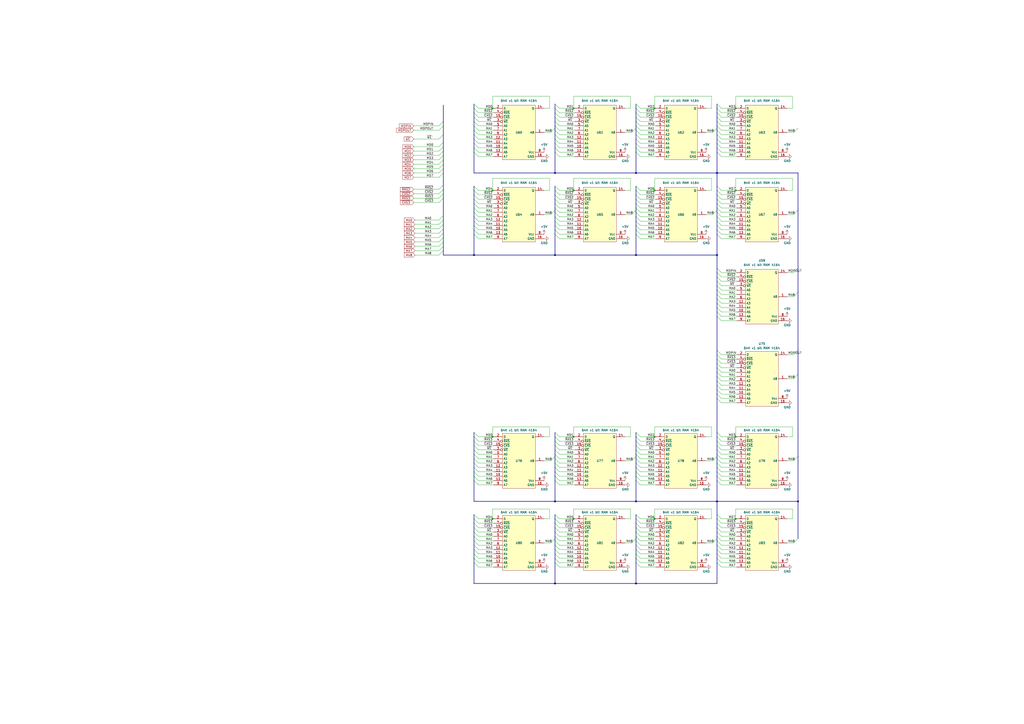
<source format=kicad_sch>
(kicad_sch (version 20230121) (generator eeschema)
  (paper "A2")
  (junction (at 332.74 300.99))
  (junction (at 332.74 110.49))
  (junction (at 332.74 62.865))
  (junction (at 462.915 290.83))
  (junction (at 321.945 100.33))
  (junction (at 426.72 300.99))
  (junction (at 285.75 300.99))
  (junction (at 379.73 253.365))
  (junction (at 285.75 253.365))
  (junction (at 426.72 110.49))
  (junction (at 426.72 253.365))
  (junction (at 321.945 290.83))
  (junction (at 285.75 62.865))
  (junction (at 415.925 147.955))
  (junction (at 321.945 338.455))
  (junction (at 274.955 147.955))
  (junction (at 368.935 338.455))
  (junction (at 415.925 290.83))
  (junction (at 379.73 110.49))
  (junction (at 285.75 110.49))
  (junction (at 379.73 62.865))
  (junction (at 368.935 147.955))
  (junction (at 426.72 62.865))
  (junction (at 368.935 100.33))
  (junction (at 321.945 147.955))
  (junction (at 415.925 100.33))
  (junction (at 368.935 290.83))
  (junction (at 379.73 300.99))
  (junction (at 332.74 253.365))
  (bus_entry (at 321.945 125.73) (size 2.54 2.54))
  (bus_entry (at 415.925 266.065) (size 2.54 2.54))
  (bus_entry (at 366.395 124.46) (size 2.54 -2.54))
  (bus_entry (at 321.945 113.03) (size 2.54 2.54))
  (bus_entry (at 415.925 120.65) (size 2.54 2.54))
  (bus_entry (at 415.925 210.82) (size 2.54 2.54))
  (bus_entry (at 257.175 127.635) (size -2.54 2.54))
  (bus_entry (at 274.955 107.95) (size 2.54 2.54))
  (bus_entry (at 274.955 266.065) (size 2.54 2.54))
  (bus_entry (at 415.925 318.77) (size 2.54 2.54))
  (bus_entry (at 321.945 135.89) (size 2.54 2.54))
  (bus_entry (at 257.175 132.715) (size -2.54 2.54))
  (bus_entry (at 274.955 110.49) (size 2.54 2.54))
  (bus_entry (at 257.175 78.105) (size -2.54 2.54))
  (bus_entry (at 321.945 120.65) (size 2.54 2.54))
  (bus_entry (at 274.955 318.77) (size 2.54 2.54))
  (bus_entry (at 274.955 70.485) (size 2.54 2.54))
  (bus_entry (at 321.945 303.53) (size 2.54 2.54))
  (bus_entry (at 321.945 298.45) (size 2.54 2.54))
  (bus_entry (at 257.175 107.315) (size -2.54 2.54))
  (bus_entry (at 368.935 326.39) (size 2.54 2.54))
  (bus_entry (at 321.945 255.905) (size 2.54 2.54))
  (bus_entry (at 257.175 112.395) (size -2.54 2.54))
  (bus_entry (at 321.945 115.57) (size 2.54 2.54))
  (bus_entry (at 368.935 263.525) (size 2.54 2.54))
  (bus_entry (at 415.925 205.74) (size 2.54 2.54))
  (bus_entry (at 368.935 128.27) (size 2.54 2.54))
  (bus_entry (at 415.925 175.895) (size 2.54 2.54))
  (bus_entry (at 321.945 62.865) (size 2.54 2.54))
  (bus_entry (at 274.955 303.53) (size 2.54 2.54))
  (bus_entry (at 321.945 67.945) (size 2.54 2.54))
  (bus_entry (at 415.925 223.52) (size 2.54 2.54))
  (bus_entry (at 274.955 260.985) (size 2.54 2.54))
  (bus_entry (at 321.945 83.185) (size 2.54 2.54))
  (bus_entry (at 257.175 70.485) (size -2.54 2.54))
  (bus_entry (at 274.955 125.73) (size 2.54 2.54))
  (bus_entry (at 415.925 255.905) (size 2.54 2.54))
  (bus_entry (at 415.925 125.73) (size 2.54 2.54))
  (bus_entry (at 321.945 321.31) (size 2.54 2.54))
  (bus_entry (at 321.945 80.645) (size 2.54 2.54))
  (bus_entry (at 257.175 109.855) (size -2.54 2.54))
  (bus_entry (at 415.925 298.45) (size 2.54 2.54))
  (bus_entry (at 415.925 168.275) (size 2.54 2.54))
  (bus_entry (at 319.405 124.46) (size 2.54 -2.54))
  (bus_entry (at 257.175 125.095) (size -2.54 2.54))
  (bus_entry (at 366.395 314.96) (size 2.54 -2.54))
  (bus_entry (at 274.955 311.15) (size 2.54 2.54))
  (bus_entry (at 321.945 323.85) (size 2.54 2.54))
  (bus_entry (at 415.925 278.765) (size 2.54 2.54))
  (bus_entry (at 415.925 306.07) (size 2.54 2.54))
  (bus_entry (at 257.175 87.63) (size -2.54 2.54))
  (bus_entry (at 415.925 303.53) (size 2.54 2.54))
  (bus_entry (at 368.935 118.11) (size 2.54 2.54))
  (bus_entry (at 321.945 123.19) (size 2.54 2.54))
  (bus_entry (at 274.955 316.23) (size 2.54 2.54))
  (bus_entry (at 415.925 311.15) (size 2.54 2.54))
  (bus_entry (at 460.375 76.835) (size 2.54 -2.54))
  (bus_entry (at 321.945 107.95) (size 2.54 2.54))
  (bus_entry (at 415.925 165.735) (size 2.54 2.54))
  (bus_entry (at 368.935 80.645) (size 2.54 2.54))
  (bus_entry (at 274.955 62.865) (size 2.54 2.54))
  (bus_entry (at 368.935 255.905) (size 2.54 2.54))
  (bus_entry (at 321.945 306.07) (size 2.54 2.54))
  (bus_entry (at 321.945 73.025) (size 2.54 2.54))
  (bus_entry (at 321.945 260.985) (size 2.54 2.54))
  (bus_entry (at 274.955 135.89) (size 2.54 2.54))
  (bus_entry (at 274.955 273.685) (size 2.54 2.54))
  (bus_entry (at 321.945 118.11) (size 2.54 2.54))
  (bus_entry (at 413.385 124.46) (size 2.54 -2.54))
  (bus_entry (at 415.925 67.945) (size 2.54 2.54))
  (bus_entry (at 274.955 298.45) (size 2.54 2.54))
  (bus_entry (at 257.175 145.415) (size -2.54 2.54))
  (bus_entry (at 415.925 316.23) (size 2.54 2.54))
  (bus_entry (at 274.955 73.025) (size 2.54 2.54))
  (bus_entry (at 274.955 113.03) (size 2.54 2.54))
  (bus_entry (at 321.945 276.225) (size 2.54 2.54))
  (bus_entry (at 368.935 276.225) (size 2.54 2.54))
  (bus_entry (at 274.955 80.645) (size 2.54 2.54))
  (bus_entry (at 321.945 273.685) (size 2.54 2.54))
  (bus_entry (at 319.405 76.835) (size 2.54 -2.54))
  (bus_entry (at 415.925 326.39) (size 2.54 2.54))
  (bus_entry (at 415.925 160.655) (size 2.54 2.54))
  (bus_entry (at 413.385 314.96) (size 2.54 -2.54))
  (bus_entry (at 274.955 313.69) (size 2.54 2.54))
  (bus_entry (at 415.925 75.565) (size 2.54 2.54))
  (bus_entry (at 274.955 118.11) (size 2.54 2.54))
  (bus_entry (at 415.925 62.865) (size 2.54 2.54))
  (bus_entry (at 368.935 67.945) (size 2.54 2.54))
  (bus_entry (at 460.375 172.085) (size 2.54 -2.54))
  (bus_entry (at 274.955 88.265) (size 2.54 2.54))
  (bus_entry (at 321.945 271.145) (size 2.54 2.54))
  (bus_entry (at 415.925 78.105) (size 2.54 2.54))
  (bus_entry (at 368.935 253.365) (size 2.54 2.54))
  (bus_entry (at 368.935 303.53) (size 2.54 2.54))
  (bus_entry (at 415.925 170.815) (size 2.54 2.54))
  (bus_entry (at 415.925 70.485) (size 2.54 2.54))
  (bus_entry (at 415.925 110.49) (size 2.54 2.54))
  (bus_entry (at 368.935 110.49) (size 2.54 2.54))
  (bus_entry (at 413.385 267.335) (size 2.54 -2.54))
  (bus_entry (at 321.945 268.605) (size 2.54 2.54))
  (bus_entry (at 415.925 80.645) (size 2.54 2.54))
  (bus_entry (at 274.955 276.225) (size 2.54 2.54))
  (bus_entry (at 368.935 273.685) (size 2.54 2.54))
  (bus_entry (at 319.405 267.335) (size 2.54 -2.54))
  (bus_entry (at 274.955 115.57) (size 2.54 2.54))
  (bus_entry (at 415.925 321.31) (size 2.54 2.54))
  (bus_entry (at 415.925 203.2) (size 2.54 2.54))
  (bus_entry (at 257.175 140.335) (size -2.54 2.54))
  (bus_entry (at 368.935 78.105) (size 2.54 2.54))
  (bus_entry (at 257.175 135.255) (size -2.54 2.54))
  (bus_entry (at 413.385 76.835) (size 2.54 -2.54))
  (bus_entry (at 321.945 75.565) (size 2.54 2.54))
  (bus_entry (at 368.935 306.07) (size 2.54 2.54))
  (bus_entry (at 415.925 213.36) (size 2.54 2.54))
  (bus_entry (at 366.395 76.835) (size 2.54 -2.54))
  (bus_entry (at 415.925 313.69) (size 2.54 2.54))
  (bus_entry (at 368.935 323.85) (size 2.54 2.54))
  (bus_entry (at 368.935 130.81) (size 2.54 2.54))
  (bus_entry (at 368.935 298.45) (size 2.54 2.54))
  (bus_entry (at 257.175 114.935) (size -2.54 2.54))
  (bus_entry (at 368.935 123.19) (size 2.54 2.54))
  (bus_entry (at 366.395 267.335) (size 2.54 -2.54))
  (bus_entry (at 274.955 278.765) (size 2.54 2.54))
  (bus_entry (at 460.375 124.46) (size 2.54 -2.54))
  (bus_entry (at 415.925 115.57) (size 2.54 2.54))
  (bus_entry (at 321.945 65.405) (size 2.54 2.54))
  (bus_entry (at 368.935 313.69) (size 2.54 2.54))
  (bus_entry (at 319.405 314.96) (size 2.54 -2.54))
  (bus_entry (at 321.945 263.525) (size 2.54 2.54))
  (bus_entry (at 415.925 253.365) (size 2.54 2.54))
  (bus_entry (at 321.945 326.39) (size 2.54 2.54))
  (bus_entry (at 368.935 115.57) (size 2.54 2.54))
  (bus_entry (at 321.945 266.065) (size 2.54 2.54))
  (bus_entry (at 321.945 313.69) (size 2.54 2.54))
  (bus_entry (at 415.925 113.03) (size 2.54 2.54))
  (bus_entry (at 274.955 258.445) (size 2.54 2.54))
  (bus_entry (at 415.925 308.61) (size 2.54 2.54))
  (bus_entry (at 274.955 85.725) (size 2.54 2.54))
  (bus_entry (at 368.935 83.185) (size 2.54 2.54))
  (bus_entry (at 415.925 178.435) (size 2.54 2.54))
  (bus_entry (at 415.925 208.28) (size 2.54 2.54))
  (bus_entry (at 368.935 271.145) (size 2.54 2.54))
  (bus_entry (at 321.945 311.15) (size 2.54 2.54))
  (bus_entry (at 321.945 85.725) (size 2.54 2.54))
  (bus_entry (at 368.935 113.03) (size 2.54 2.54))
  (bus_entry (at 274.955 326.39) (size 2.54 2.54))
  (bus_entry (at 415.925 323.85) (size 2.54 2.54))
  (bus_entry (at 415.925 173.355) (size 2.54 2.54))
  (bus_entry (at 274.955 133.35) (size 2.54 2.54))
  (bus_entry (at 257.175 97.79) (size -2.54 2.54))
  (bus_entry (at 274.955 321.31) (size 2.54 2.54))
  (bus_entry (at 257.175 137.795) (size -2.54 2.54))
  (bus_entry (at 368.935 88.265) (size 2.54 2.54))
  (bus_entry (at 321.945 308.61) (size 2.54 2.54))
  (bus_entry (at 460.375 267.335) (size 2.54 -2.54))
  (bus_entry (at 368.935 311.15) (size 2.54 2.54))
  (bus_entry (at 415.925 135.89) (size 2.54 2.54))
  (bus_entry (at 415.925 163.195) (size 2.54 2.54))
  (bus_entry (at 321.945 316.23) (size 2.54 2.54))
  (bus_entry (at 368.935 300.99) (size 2.54 2.54))
  (bus_entry (at 415.925 130.81) (size 2.54 2.54))
  (bus_entry (at 368.935 258.445) (size 2.54 2.54))
  (bus_entry (at 274.955 323.85) (size 2.54 2.54))
  (bus_entry (at 415.925 128.27) (size 2.54 2.54))
  (bus_entry (at 368.935 73.025) (size 2.54 2.54))
  (bus_entry (at 321.945 300.99) (size 2.54 2.54))
  (bus_entry (at 321.945 318.77) (size 2.54 2.54))
  (bus_entry (at 415.925 231.14) (size 2.54 2.54))
  (bus_entry (at 415.925 226.06) (size 2.54 2.54))
  (bus_entry (at 415.925 88.265) (size 2.54 2.54))
  (bus_entry (at 368.935 133.35) (size 2.54 2.54))
  (bus_entry (at 321.945 88.265) (size 2.54 2.54))
  (bus_entry (at 368.935 135.89) (size 2.54 2.54))
  (bus_entry (at 368.935 308.61) (size 2.54 2.54))
  (bus_entry (at 368.935 321.31) (size 2.54 2.54))
  (bus_entry (at 415.925 218.44) (size 2.54 2.54))
  (bus_entry (at 321.945 78.105) (size 2.54 2.54))
  (bus_entry (at 274.955 75.565) (size 2.54 2.54))
  (bus_entry (at 274.955 306.07) (size 2.54 2.54))
  (bus_entry (at 368.935 278.765) (size 2.54 2.54))
  (bus_entry (at 274.955 123.19) (size 2.54 2.54))
  (bus_entry (at 368.935 250.825) (size 2.54 2.54))
  (bus_entry (at 274.955 65.405) (size 2.54 2.54))
  (bus_entry (at 368.935 316.23) (size 2.54 2.54))
  (bus_entry (at 321.945 110.49) (size 2.54 2.54))
  (bus_entry (at 415.925 60.325) (size 2.54 2.54))
  (bus_entry (at 368.935 268.605) (size 2.54 2.54))
  (bus_entry (at 274.955 253.365) (size 2.54 2.54))
  (bus_entry (at 368.935 125.73) (size 2.54 2.54))
  (bus_entry (at 257.175 100.33) (size -2.54 2.54))
  (bus_entry (at 274.955 300.99) (size 2.54 2.54))
  (bus_entry (at 257.175 92.71) (size -2.54 2.54))
  (bus_entry (at 368.935 107.95) (size 2.54 2.54))
  (bus_entry (at 274.955 120.65) (size 2.54 2.54))
  (bus_entry (at 415.925 158.115) (size 2.54 2.54))
  (bus_entry (at 460.375 205.74) (size 2.54 -2.54))
  (bus_entry (at 257.175 130.175) (size -2.54 2.54))
  (bus_entry (at 274.955 130.81) (size 2.54 2.54))
  (bus_entry (at 415.925 271.145) (size 2.54 2.54))
  (bus_entry (at 321.945 70.485) (size 2.54 2.54))
  (bus_entry (at 415.925 228.6) (size 2.54 2.54))
  (bus_entry (at 321.945 130.81) (size 2.54 2.54))
  (bus_entry (at 415.925 180.975) (size 2.54 2.54))
  (bus_entry (at 415.925 260.985) (size 2.54 2.54))
  (bus_entry (at 321.945 253.365) (size 2.54 2.54))
  (bus_entry (at 274.955 268.605) (size 2.54 2.54))
  (bus_entry (at 368.935 65.405) (size 2.54 2.54))
  (bus_entry (at 368.935 260.985) (size 2.54 2.54))
  (bus_entry (at 321.945 258.445) (size 2.54 2.54))
  (bus_entry (at 321.945 278.765) (size 2.54 2.54))
  (bus_entry (at 257.175 73.025) (size -2.54 2.54))
  (bus_entry (at 368.935 85.725) (size 2.54 2.54))
  (bus_entry (at 368.935 75.565) (size 2.54 2.54))
  (bus_entry (at 415.925 83.185) (size 2.54 2.54))
  (bus_entry (at 274.955 83.185) (size 2.54 2.54))
  (bus_entry (at 415.925 73.025) (size 2.54 2.54))
  (bus_entry (at 368.935 60.325) (size 2.54 2.54))
  (bus_entry (at 257.175 82.55) (size -2.54 2.54))
  (bus_entry (at 257.175 85.09) (size -2.54 2.54))
  (bus_entry (at 415.925 107.95) (size 2.54 2.54))
  (bus_entry (at 274.955 128.27) (size 2.54 2.54))
  (bus_entry (at 274.955 255.905) (size 2.54 2.54))
  (bus_entry (at 415.925 258.445) (size 2.54 2.54))
  (bus_entry (at 460.375 219.71) (size 2.54 -2.54))
  (bus_entry (at 415.925 155.575) (size 2.54 2.54))
  (bus_entry (at 368.935 70.485) (size 2.54 2.54))
  (bus_entry (at 257.175 142.875) (size -2.54 2.54))
  (bus_entry (at 460.375 158.115) (size 2.54 -2.54))
  (bus_entry (at 415.925 183.515) (size 2.54 2.54))
  (bus_entry (at 274.955 308.61) (size 2.54 2.54))
  (bus_entry (at 415.925 300.99) (size 2.54 2.54))
  (bus_entry (at 415.925 273.685) (size 2.54 2.54))
  (bus_entry (at 257.175 90.17) (size -2.54 2.54))
  (bus_entry (at 274.955 67.945) (size 2.54 2.54))
  (bus_entry (at 415.925 220.98) (size 2.54 2.54))
  (bus_entry (at 368.935 62.865) (size 2.54 2.54))
  (bus_entry (at 274.955 78.105) (size 2.54 2.54))
  (bus_entry (at 415.925 263.525) (size 2.54 2.54))
  (bus_entry (at 257.175 95.25) (size -2.54 2.54))
  (bus_entry (at 368.935 120.65) (size 2.54 2.54))
  (bus_entry (at 274.955 250.825) (size 2.54 2.54))
  (bus_entry (at 415.925 65.405) (size 2.54 2.54))
  (bus_entry (at 415.925 250.825) (size 2.54 2.54))
  (bus_entry (at 368.935 266.065) (size 2.54 2.54))
  (bus_entry (at 460.375 314.96) (size 2.54 -2.54))
  (bus_entry (at 415.925 123.19) (size 2.54 2.54))
  (bus_entry (at 415.925 118.11) (size 2.54 2.54))
  (bus_entry (at 415.925 85.725) (size 2.54 2.54))
  (bus_entry (at 368.935 318.77) (size 2.54 2.54))
  (bus_entry (at 415.925 276.225) (size 2.54 2.54))
  (bus_entry (at 274.955 60.325) (size 2.54 2.54))
  (bus_entry (at 321.945 128.27) (size 2.54 2.54))
  (bus_entry (at 321.945 60.325) (size 2.54 2.54))
  (bus_entry (at 321.945 133.35) (size 2.54 2.54))
  (bus_entry (at 274.955 263.525) (size 2.54 2.54))
  (bus_entry (at 274.955 271.145) (size 2.54 2.54))
  (bus_entry (at 415.925 133.35) (size 2.54 2.54))
  (bus_entry (at 415.925 215.9) (size 2.54 2.54))
  (bus_entry (at 415.925 268.605) (size 2.54 2.54))
  (bus_entry (at 321.945 250.825) (size 2.54 2.54))
  (wire (pts (xy 318.77 253.365) (xy 318.77 247.65)))
  (wire (pts (xy 277.495 62.865) (xy 285.75 62.865)))
  (bus (pts (xy 274.955 113.03) (xy 274.955 115.57)))
  (wire (pts (xy 418.465 160.655) (xy 427.355 160.655)))
  (wire (pts (xy 277.495 120.65) (xy 286.385 120.65)))
  (wire (pts (xy 254.635 127.635) (xy 240.665 127.635)))
  (wire (pts (xy 426.72 300.99) (xy 427.355 300.99)))
  (bus (pts (xy 274.955 73.025) (xy 274.955 75.565)))
  (wire (pts (xy 409.575 76.835) (xy 413.385 76.835)))
  (wire (pts (xy 277.495 311.15) (xy 286.385 311.15)))
  (bus (pts (xy 321.945 290.83) (xy 368.935 290.83)))
  (wire (pts (xy 418.465 306.07) (xy 427.355 306.07)))
  (wire (pts (xy 324.485 90.805) (xy 333.375 90.805)))
  (wire (pts (xy 277.495 78.105) (xy 286.385 78.105)))
  (wire (pts (xy 277.495 278.765) (xy 286.385 278.765)))
  (wire (pts (xy 277.495 260.985) (xy 286.385 260.985)))
  (wire (pts (xy 371.475 253.365) (xy 379.73 253.365)))
  (wire (pts (xy 324.485 308.61) (xy 333.375 308.61)))
  (bus (pts (xy 257.175 107.315) (xy 257.175 109.855)))
  (bus (pts (xy 415.925 70.485) (xy 415.925 73.025)))
  (bus (pts (xy 415.925 110.49) (xy 415.925 113.03)))
  (bus (pts (xy 462.915 100.33) (xy 462.915 121.92)))
  (bus (pts (xy 274.955 303.53) (xy 274.955 306.07)))
  (wire (pts (xy 324.485 300.99) (xy 332.74 300.99)))
  (wire (pts (xy 365.76 253.365) (xy 365.76 247.65)))
  (bus (pts (xy 321.945 323.85) (xy 321.945 326.39)))
  (bus (pts (xy 415.925 213.36) (xy 415.925 215.9)))
  (wire (pts (xy 371.475 75.565) (xy 380.365 75.565)))
  (wire (pts (xy 418.465 70.485) (xy 427.355 70.485)))
  (wire (pts (xy 418.465 255.905) (xy 427.355 255.905)))
  (bus (pts (xy 415.925 313.69) (xy 415.925 316.23)))
  (bus (pts (xy 321.945 115.57) (xy 321.945 118.11)))
  (bus (pts (xy 321.945 338.455) (xy 368.935 338.455)))
  (wire (pts (xy 371.475 316.23) (xy 380.365 316.23)))
  (wire (pts (xy 365.76 103.505) (xy 332.74 103.505)))
  (wire (pts (xy 418.465 85.725) (xy 427.355 85.725)))
  (bus (pts (xy 415.925 290.83) (xy 415.925 298.45)))
  (bus (pts (xy 415.925 258.445) (xy 415.925 260.985)))
  (bus (pts (xy 415.925 173.355) (xy 415.925 175.895)))
  (bus (pts (xy 274.955 147.955) (xy 257.175 147.955)))
  (wire (pts (xy 371.475 263.525) (xy 380.365 263.525)))
  (wire (pts (xy 418.465 303.53) (xy 427.355 303.53)))
  (wire (pts (xy 418.465 326.39) (xy 427.355 326.39)))
  (bus (pts (xy 274.955 128.27) (xy 274.955 130.81)))
  (wire (pts (xy 277.495 88.265) (xy 286.385 88.265)))
  (wire (pts (xy 277.495 263.525) (xy 286.385 263.525)))
  (bus (pts (xy 274.955 300.99) (xy 274.955 303.53)))
  (bus (pts (xy 321.945 133.35) (xy 321.945 135.89)))
  (wire (pts (xy 412.75 62.865) (xy 412.75 55.88)))
  (wire (pts (xy 324.485 311.15) (xy 333.375 311.15)))
  (bus (pts (xy 321.945 258.445) (xy 321.945 260.985)))
  (bus (pts (xy 368.935 135.89) (xy 368.935 147.955)))
  (wire (pts (xy 324.485 135.89) (xy 333.375 135.89)))
  (bus (pts (xy 274.955 338.455) (xy 321.945 338.455)))
  (bus (pts (xy 415.925 158.115) (xy 415.925 160.655)))
  (bus (pts (xy 415.925 268.605) (xy 415.925 271.145)))
  (bus (pts (xy 321.945 85.725) (xy 321.945 88.265)))
  (bus (pts (xy 274.955 326.39) (xy 274.955 338.455)))
  (bus (pts (xy 415.925 80.645) (xy 415.925 83.185)))
  (bus (pts (xy 257.175 73.025) (xy 257.175 78.105)))
  (wire (pts (xy 254.635 87.63) (xy 240.03 87.63)))
  (wire (pts (xy 379.73 103.505) (xy 379.73 110.49)))
  (wire (pts (xy 418.465 223.52) (xy 427.355 223.52)))
  (wire (pts (xy 371.475 326.39) (xy 380.365 326.39)))
  (wire (pts (xy 418.465 311.15) (xy 427.355 311.15)))
  (wire (pts (xy 332.74 295.275) (xy 332.74 300.99)))
  (wire (pts (xy 459.74 300.99) (xy 459.74 295.275)))
  (bus (pts (xy 274.955 80.645) (xy 274.955 83.185)))
  (bus (pts (xy 321.945 100.33) (xy 368.935 100.33)))
  (wire (pts (xy 418.465 308.61) (xy 427.355 308.61)))
  (wire (pts (xy 418.465 163.195) (xy 427.355 163.195)))
  (wire (pts (xy 324.485 83.185) (xy 333.375 83.185)))
  (bus (pts (xy 415.925 273.685) (xy 415.925 276.225)))
  (wire (pts (xy 371.475 281.305) (xy 380.365 281.305)))
  (bus (pts (xy 321.945 113.03) (xy 321.945 115.57)))
  (wire (pts (xy 285.75 103.505) (xy 285.75 110.49)))
  (bus (pts (xy 462.915 217.17) (xy 462.915 264.795)))
  (bus (pts (xy 321.945 271.145) (xy 321.945 273.685)))
  (bus (pts (xy 415.925 133.35) (xy 415.925 135.89)))
  (bus (pts (xy 257.175 142.875) (xy 257.175 145.415)))
  (wire (pts (xy 412.75 247.65) (xy 379.73 247.65)))
  (bus (pts (xy 368.935 60.325) (xy 368.935 62.865)))
  (bus (pts (xy 274.955 100.33) (xy 321.945 100.33)))
  (bus (pts (xy 274.955 110.49) (xy 274.955 113.03)))
  (wire (pts (xy 418.465 62.865) (xy 426.72 62.865)))
  (wire (pts (xy 365.76 110.49) (xy 365.76 103.505)))
  (wire (pts (xy 362.585 76.835) (xy 366.395 76.835)))
  (bus (pts (xy 415.925 266.065) (xy 415.925 268.605)))
  (bus (pts (xy 415.925 264.795) (xy 415.925 266.065)))
  (wire (pts (xy 426.72 62.865) (xy 427.355 62.865)))
  (bus (pts (xy 415.925 255.905) (xy 415.925 258.445)))
  (bus (pts (xy 368.935 128.27) (xy 368.935 130.81)))
  (wire (pts (xy 277.495 326.39) (xy 286.385 326.39)))
  (wire (pts (xy 277.495 110.49) (xy 285.75 110.49)))
  (wire (pts (xy 324.485 67.945) (xy 333.375 67.945)))
  (wire (pts (xy 318.77 295.275) (xy 285.75 295.275)))
  (bus (pts (xy 368.935 268.605) (xy 368.935 271.145)))
  (wire (pts (xy 371.475 318.77) (xy 380.365 318.77)))
  (bus (pts (xy 274.955 125.73) (xy 274.955 128.27)))
  (wire (pts (xy 409.575 314.96) (xy 413.385 314.96)))
  (wire (pts (xy 362.585 253.365) (xy 365.76 253.365)))
  (wire (pts (xy 371.475 115.57) (xy 380.365 115.57)))
  (wire (pts (xy 418.465 115.57) (xy 427.355 115.57)))
  (wire (pts (xy 371.475 258.445) (xy 380.365 258.445)))
  (bus (pts (xy 321.945 121.92) (xy 321.945 123.19)))
  (bus (pts (xy 368.935 120.65) (xy 368.935 121.92)))
  (wire (pts (xy 418.465 186.055) (xy 427.355 186.055)))
  (wire (pts (xy 277.495 276.225) (xy 286.385 276.225)))
  (bus (pts (xy 415.925 220.98) (xy 415.925 223.52)))
  (bus (pts (xy 368.935 100.33) (xy 415.925 100.33)))
  (bus (pts (xy 368.935 323.85) (xy 368.935 326.39)))
  (wire (pts (xy 277.495 321.31) (xy 286.385 321.31)))
  (wire (pts (xy 365.76 295.275) (xy 332.74 295.275)))
  (wire (pts (xy 418.465 220.98) (xy 427.355 220.98)))
  (wire (pts (xy 409.575 300.99) (xy 412.75 300.99)))
  (bus (pts (xy 368.935 303.53) (xy 368.935 306.07)))
  (bus (pts (xy 274.955 135.89) (xy 274.955 147.955)))
  (wire (pts (xy 324.485 313.69) (xy 333.375 313.69)))
  (wire (pts (xy 371.475 128.27) (xy 380.365 128.27)))
  (bus (pts (xy 274.955 271.145) (xy 274.955 273.685)))
  (bus (pts (xy 368.935 88.265) (xy 368.935 100.33)))
  (wire (pts (xy 418.465 180.975) (xy 427.355 180.975)))
  (wire (pts (xy 285.75 295.275) (xy 285.75 300.99)))
  (bus (pts (xy 274.955 255.905) (xy 274.955 258.445)))
  (bus (pts (xy 321.945 255.905) (xy 321.945 258.445)))
  (wire (pts (xy 362.585 314.96) (xy 366.395 314.96)))
  (wire (pts (xy 324.485 73.025) (xy 333.375 73.025)))
  (wire (pts (xy 324.485 138.43) (xy 333.375 138.43)))
  (bus (pts (xy 415.925 85.725) (xy 415.925 88.265)))
  (bus (pts (xy 321.945 80.645) (xy 321.945 83.185)))
  (bus (pts (xy 321.945 298.45) (xy 321.945 300.99)))
  (wire (pts (xy 379.73 62.865) (xy 380.365 62.865)))
  (wire (pts (xy 254.635 112.395) (xy 240.03 112.395)))
  (wire (pts (xy 418.465 65.405) (xy 427.355 65.405)))
  (bus (pts (xy 321.945 326.39) (xy 321.945 338.455)))
  (bus (pts (xy 415.925 67.945) (xy 415.925 70.485)))
  (bus (pts (xy 368.935 306.07) (xy 368.935 308.61)))
  (bus (pts (xy 257.175 137.795) (xy 257.175 140.335)))
  (wire (pts (xy 362.585 300.99) (xy 365.76 300.99)))
  (wire (pts (xy 371.475 80.645) (xy 380.365 80.645)))
  (bus (pts (xy 415.925 183.515) (xy 415.925 203.2)))
  (wire (pts (xy 277.495 75.565) (xy 286.385 75.565)))
  (wire (pts (xy 277.495 115.57) (xy 286.385 115.57)))
  (wire (pts (xy 285.75 253.365) (xy 286.385 253.365)))
  (wire (pts (xy 418.465 130.81) (xy 427.355 130.81)))
  (bus (pts (xy 321.945 311.15) (xy 321.945 312.42)))
  (wire (pts (xy 277.495 85.725) (xy 286.385 85.725)))
  (wire (pts (xy 254.635 95.25) (xy 240.03 95.25)))
  (wire (pts (xy 456.565 158.115) (xy 460.375 158.115)))
  (wire (pts (xy 371.475 278.765) (xy 380.365 278.765)))
  (bus (pts (xy 415.925 321.31) (xy 415.925 323.85)))
  (wire (pts (xy 371.475 308.61) (xy 380.365 308.61)))
  (wire (pts (xy 371.475 70.485) (xy 380.365 70.485)))
  (wire (pts (xy 324.485 85.725) (xy 333.375 85.725)))
  (wire (pts (xy 277.495 90.805) (xy 286.385 90.805)))
  (bus (pts (xy 415.925 74.295) (xy 415.925 75.565)))
  (bus (pts (xy 415.925 60.325) (xy 415.925 62.865)))
  (wire (pts (xy 418.465 88.265) (xy 427.355 88.265)))
  (wire (pts (xy 418.465 170.815) (xy 427.355 170.815)))
  (bus (pts (xy 321.945 266.065) (xy 321.945 268.605)))
  (bus (pts (xy 321.945 123.19) (xy 321.945 125.73)))
  (bus (pts (xy 415.925 298.45) (xy 415.925 300.99)))
  (bus (pts (xy 368.935 313.69) (xy 368.935 316.23)))
  (bus (pts (xy 415.925 263.525) (xy 415.925 264.795)))
  (wire (pts (xy 324.485 303.53) (xy 333.375 303.53)))
  (bus (pts (xy 368.935 133.35) (xy 368.935 135.89)))
  (wire (pts (xy 315.595 110.49) (xy 318.77 110.49)))
  (wire (pts (xy 456.565 253.365) (xy 459.74 253.365)))
  (wire (pts (xy 379.73 295.275) (xy 379.73 300.99)))
  (wire (pts (xy 418.465 73.025) (xy 427.355 73.025)))
  (wire (pts (xy 285.75 300.99) (xy 286.385 300.99)))
  (wire (pts (xy 315.595 300.99) (xy 318.77 300.99)))
  (bus (pts (xy 415.925 218.44) (xy 415.925 220.98)))
  (wire (pts (xy 365.76 62.865) (xy 365.76 55.88)))
  (wire (pts (xy 332.74 55.88) (xy 332.74 62.865)))
  (wire (pts (xy 371.475 88.265) (xy 380.365 88.265)))
  (bus (pts (xy 415.925 226.06) (xy 415.925 228.6)))
  (bus (pts (xy 274.955 120.65) (xy 274.955 123.19)))
  (bus (pts (xy 321.945 125.73) (xy 321.945 128.27)))
  (wire (pts (xy 318.77 300.99) (xy 318.77 295.275)))
  (wire (pts (xy 277.495 300.99) (xy 285.75 300.99)))
  (wire (pts (xy 371.475 73.025) (xy 380.365 73.025)))
  (wire (pts (xy 318.77 110.49) (xy 318.77 103.505)))
  (wire (pts (xy 418.465 120.65) (xy 427.355 120.65)))
  (wire (pts (xy 324.485 328.93) (xy 333.375 328.93)))
  (wire (pts (xy 371.475 138.43) (xy 380.365 138.43)))
  (bus (pts (xy 274.955 258.445) (xy 274.955 260.985)))
  (bus (pts (xy 368.935 147.955) (xy 415.925 147.955)))
  (bus (pts (xy 368.935 308.61) (xy 368.935 311.15)))
  (wire (pts (xy 371.475 271.145) (xy 380.365 271.145)))
  (bus (pts (xy 321.945 88.265) (xy 321.945 100.33)))
  (bus (pts (xy 415.925 120.65) (xy 415.925 121.92)))
  (wire (pts (xy 371.475 328.93) (xy 380.365 328.93)))
  (wire (pts (xy 418.465 138.43) (xy 427.355 138.43)))
  (bus (pts (xy 415.925 62.865) (xy 415.925 65.405)))
  (wire (pts (xy 254.635 117.475) (xy 240.03 117.475)))
  (wire (pts (xy 456.565 219.71) (xy 460.375 219.71)))
  (wire (pts (xy 418.465 321.31) (xy 427.355 321.31)))
  (bus (pts (xy 321.945 130.81) (xy 321.945 133.35)))
  (bus (pts (xy 415.925 203.2) (xy 415.925 205.74)))
  (wire (pts (xy 412.75 103.505) (xy 379.73 103.505)))
  (wire (pts (xy 371.475 313.69) (xy 380.365 313.69)))
  (bus (pts (xy 462.915 155.575) (xy 462.915 169.545)))
  (wire (pts (xy 277.495 313.69) (xy 286.385 313.69)))
  (wire (pts (xy 412.75 295.275) (xy 379.73 295.275)))
  (wire (pts (xy 324.485 258.445) (xy 333.375 258.445)))
  (bus (pts (xy 415.925 123.19) (xy 415.925 125.73)))
  (wire (pts (xy 324.485 75.565) (xy 333.375 75.565)))
  (wire (pts (xy 277.495 125.73) (xy 286.385 125.73)))
  (bus (pts (xy 274.955 133.35) (xy 274.955 135.89)))
  (bus (pts (xy 415.925 300.99) (xy 415.925 303.53)))
  (bus (pts (xy 274.955 107.95) (xy 274.955 110.49)))
  (bus (pts (xy 257.175 100.33) (xy 257.175 107.315)))
  (wire (pts (xy 418.465 253.365) (xy 426.72 253.365)))
  (wire (pts (xy 371.475 300.99) (xy 379.73 300.99)))
  (wire (pts (xy 324.485 316.23) (xy 333.375 316.23)))
  (wire (pts (xy 240.03 73.025) (xy 254.635 73.025)))
  (bus (pts (xy 274.955 273.685) (xy 274.955 276.225)))
  (wire (pts (xy 324.485 118.11) (xy 333.375 118.11)))
  (bus (pts (xy 415.925 253.365) (xy 415.925 255.905)))
  (wire (pts (xy 371.475 125.73) (xy 380.365 125.73)))
  (wire (pts (xy 324.485 273.685) (xy 333.375 273.685)))
  (bus (pts (xy 368.935 65.405) (xy 368.935 67.945)))
  (bus (pts (xy 415.925 311.15) (xy 415.925 312.42)))
  (wire (pts (xy 418.465 128.27) (xy 427.355 128.27)))
  (bus (pts (xy 415.925 271.145) (xy 415.925 273.685)))
  (bus (pts (xy 415.925 128.27) (xy 415.925 130.81)))
  (wire (pts (xy 277.495 268.605) (xy 286.385 268.605)))
  (bus (pts (xy 415.925 168.275) (xy 415.925 170.815)))
  (wire (pts (xy 418.465 218.44) (xy 427.355 218.44)))
  (bus (pts (xy 415.925 160.655) (xy 415.925 163.195)))
  (wire (pts (xy 456.565 76.835) (xy 460.375 76.835)))
  (wire (pts (xy 324.485 125.73) (xy 333.375 125.73)))
  (wire (pts (xy 418.465 276.225) (xy 427.355 276.225)))
  (wire (pts (xy 426.72 253.365) (xy 427.355 253.365)))
  (wire (pts (xy 318.77 103.505) (xy 285.75 103.505)))
  (bus (pts (xy 415.925 100.33) (xy 462.915 100.33)))
  (bus (pts (xy 415.925 178.435) (xy 415.925 180.975)))
  (bus (pts (xy 415.925 180.975) (xy 415.925 183.515)))
  (wire (pts (xy 418.465 271.145) (xy 427.355 271.145)))
  (bus (pts (xy 321.945 83.185) (xy 321.945 85.725)))
  (bus (pts (xy 415.925 210.82) (xy 415.925 213.36)))
  (bus (pts (xy 321.945 313.69) (xy 321.945 316.23)))
  (bus (pts (xy 257.175 132.715) (xy 257.175 135.255)))
  (bus (pts (xy 257.175 92.71) (xy 257.175 95.25)))
  (bus (pts (xy 415.925 223.52) (xy 415.925 226.06)))
  (bus (pts (xy 368.935 115.57) (xy 368.935 118.11)))
  (wire (pts (xy 459.74 295.275) (xy 426.72 295.275)))
  (bus (pts (xy 321.945 118.11) (xy 321.945 120.65)))
  (wire (pts (xy 254.635 130.175) (xy 240.665 130.175)))
  (bus (pts (xy 368.935 74.295) (xy 368.935 75.565)))
  (wire (pts (xy 418.465 90.805) (xy 427.355 90.805)))
  (wire (pts (xy 371.475 65.405) (xy 380.365 65.405)))
  (wire (pts (xy 456.565 110.49) (xy 459.74 110.49)))
  (wire (pts (xy 459.74 103.505) (xy 426.72 103.505)))
  (bus (pts (xy 321.945 321.31) (xy 321.945 323.85)))
  (wire (pts (xy 254.635 135.255) (xy 240.665 135.255)))
  (bus (pts (xy 368.935 123.19) (xy 368.935 125.73)))
  (wire (pts (xy 418.465 123.19) (xy 427.355 123.19)))
  (bus (pts (xy 368.935 67.945) (xy 368.935 70.485)))
  (bus (pts (xy 321.945 60.325) (xy 321.945 62.865)))
  (wire (pts (xy 426.72 110.49) (xy 427.355 110.49)))
  (wire (pts (xy 418.465 110.49) (xy 426.72 110.49)))
  (wire (pts (xy 418.465 113.03) (xy 427.355 113.03)))
  (wire (pts (xy 324.485 306.07) (xy 333.375 306.07)))
  (bus (pts (xy 368.935 110.49) (xy 368.935 113.03)))
  (bus (pts (xy 274.955 308.61) (xy 274.955 311.15)))
  (bus (pts (xy 321.945 250.825) (xy 321.945 253.365)))
  (wire (pts (xy 418.465 228.6) (xy 427.355 228.6)))
  (bus (pts (xy 368.935 264.795) (xy 368.935 266.065)))
  (bus (pts (xy 321.945 78.105) (xy 321.945 80.645)))
  (wire (pts (xy 371.475 110.49) (xy 379.73 110.49)))
  (wire (pts (xy 324.485 326.39) (xy 333.375 326.39)))
  (bus (pts (xy 368.935 316.23) (xy 368.935 318.77)))
  (bus (pts (xy 368.935 113.03) (xy 368.935 115.57)))
  (bus (pts (xy 274.955 130.81) (xy 274.955 133.35)))
  (bus (pts (xy 274.955 118.11) (xy 274.955 120.65)))
  (bus (pts (xy 274.955 313.69) (xy 274.955 316.23)))
  (bus (pts (xy 415.925 312.42) (xy 415.925 313.69)))
  (wire (pts (xy 277.495 70.485) (xy 286.385 70.485)))
  (bus (pts (xy 462.915 264.795) (xy 462.915 290.83)))
  (bus (pts (xy 321.945 303.53) (xy 321.945 306.07)))
  (bus (pts (xy 368.935 62.865) (xy 368.935 65.405)))
  (bus (pts (xy 368.935 78.105) (xy 368.935 80.645)))
  (bus (pts (xy 321.945 253.365) (xy 321.945 255.905)))
  (bus (pts (xy 321.945 264.795) (xy 321.945 266.065)))
  (wire (pts (xy 418.465 268.605) (xy 427.355 268.605)))
  (wire (pts (xy 409.575 253.365) (xy 412.75 253.365)))
  (wire (pts (xy 324.485 115.57) (xy 333.375 115.57)))
  (wire (pts (xy 332.74 103.505) (xy 332.74 110.49)))
  (bus (pts (xy 415.925 278.765) (xy 415.925 290.83)))
  (wire (pts (xy 277.495 308.61) (xy 286.385 308.61)))
  (wire (pts (xy 254.635 92.71) (xy 240.03 92.71)))
  (wire (pts (xy 418.465 323.85) (xy 427.355 323.85)))
  (wire (pts (xy 315.595 76.835) (xy 319.405 76.835)))
  (bus (pts (xy 274.955 60.325) (xy 274.955 62.865)))
  (bus (pts (xy 274.955 318.77) (xy 274.955 321.31)))
  (bus (pts (xy 257.175 140.335) (xy 257.175 142.875)))
  (wire (pts (xy 371.475 120.65) (xy 380.365 120.65)))
  (wire (pts (xy 254.635 132.715) (xy 240.665 132.715)))
  (wire (pts (xy 324.485 133.35) (xy 333.375 133.35)))
  (bus (pts (xy 368.935 107.95) (xy 368.935 110.49)))
  (wire (pts (xy 362.585 62.865) (xy 365.76 62.865)))
  (wire (pts (xy 412.75 110.49) (xy 412.75 103.505)))
  (bus (pts (xy 257.175 114.935) (xy 257.175 125.095)))
  (wire (pts (xy 277.495 271.145) (xy 286.385 271.145)))
  (wire (pts (xy 254.635 85.09) (xy 240.03 85.09)))
  (bus (pts (xy 321.945 73.025) (xy 321.945 74.295)))
  (wire (pts (xy 332.74 300.99) (xy 333.375 300.99)))
  (wire (pts (xy 277.495 138.43) (xy 286.385 138.43)))
  (wire (pts (xy 240.03 75.565) (xy 254.635 75.565)))
  (bus (pts (xy 415.925 88.265) (xy 415.925 100.33)))
  (wire (pts (xy 459.74 110.49) (xy 459.74 103.505)))
  (bus (pts (xy 415.925 83.185) (xy 415.925 85.725)))
  (wire (pts (xy 277.495 123.19) (xy 286.385 123.19)))
  (wire (pts (xy 324.485 65.405) (xy 333.375 65.405)))
  (bus (pts (xy 257.175 125.095) (xy 257.175 127.635)))
  (wire (pts (xy 418.465 273.685) (xy 427.355 273.685)))
  (wire (pts (xy 277.495 128.27) (xy 286.385 128.27)))
  (wire (pts (xy 277.495 73.025) (xy 286.385 73.025)))
  (bus (pts (xy 257.175 95.25) (xy 257.175 97.79)))
  (bus (pts (xy 274.955 323.85) (xy 274.955 326.39)))
  (wire (pts (xy 418.465 83.185) (xy 427.355 83.185)))
  (wire (pts (xy 277.495 255.905) (xy 286.385 255.905)))
  (wire (pts (xy 371.475 268.605) (xy 380.365 268.605)))
  (wire (pts (xy 362.585 110.49) (xy 365.76 110.49)))
  (wire (pts (xy 324.485 123.19) (xy 333.375 123.19)))
  (wire (pts (xy 324.485 120.65) (xy 333.375 120.65)))
  (bus (pts (xy 321.945 135.89) (xy 321.945 147.955)))
  (wire (pts (xy 418.465 75.565) (xy 427.355 75.565)))
  (bus (pts (xy 274.955 88.265) (xy 274.955 100.33)))
  (wire (pts (xy 418.465 263.525) (xy 427.355 263.525)))
  (wire (pts (xy 456.565 172.085) (xy 460.375 172.085)))
  (wire (pts (xy 459.74 62.865) (xy 459.74 55.88)))
  (wire (pts (xy 277.495 67.945) (xy 286.385 67.945)))
  (wire (pts (xy 315.595 267.335) (xy 319.405 267.335)))
  (wire (pts (xy 456.565 124.46) (xy 460.375 124.46)))
  (bus (pts (xy 274.955 147.955) (xy 321.945 147.955)))
  (wire (pts (xy 365.76 55.88) (xy 332.74 55.88)))
  (wire (pts (xy 318.77 247.65) (xy 285.75 247.65)))
  (wire (pts (xy 371.475 90.805) (xy 380.365 90.805)))
  (bus (pts (xy 368.935 276.225) (xy 368.935 278.765)))
  (wire (pts (xy 426.72 247.65) (xy 426.72 253.365)))
  (bus (pts (xy 415.925 250.825) (xy 415.925 253.365)))
  (bus (pts (xy 415.925 125.73) (xy 415.925 128.27)))
  (bus (pts (xy 415.925 323.85) (xy 415.925 326.39)))
  (wire (pts (xy 315.595 253.365) (xy 318.77 253.365)))
  (bus (pts (xy 321.945 65.405) (xy 321.945 67.945)))
  (wire (pts (xy 418.465 125.73) (xy 427.355 125.73)))
  (bus (pts (xy 274.955 316.23) (xy 274.955 318.77)))
  (bus (pts (xy 415.925 228.6) (xy 415.925 231.14)))
  (wire (pts (xy 324.485 128.27) (xy 333.375 128.27)))
  (wire (pts (xy 277.495 266.065) (xy 286.385 266.065)))
  (bus (pts (xy 274.955 65.405) (xy 274.955 67.945)))
  (wire (pts (xy 324.485 88.265) (xy 333.375 88.265)))
  (bus (pts (xy 274.955 253.365) (xy 274.955 255.905)))
  (bus (pts (xy 274.955 276.225) (xy 274.955 278.765)))
  (wire (pts (xy 418.465 208.28) (xy 427.355 208.28)))
  (wire (pts (xy 456.565 205.74) (xy 460.375 205.74)))
  (bus (pts (xy 415.925 135.89) (xy 415.925 147.955)))
  (wire (pts (xy 277.495 113.03) (xy 286.385 113.03)))
  (wire (pts (xy 277.495 133.35) (xy 286.385 133.35)))
  (bus (pts (xy 274.955 298.45) (xy 274.955 300.99)))
  (wire (pts (xy 371.475 321.31) (xy 380.365 321.31)))
  (bus (pts (xy 462.915 121.92) (xy 462.915 155.575)))
  (wire (pts (xy 418.465 165.735) (xy 427.355 165.735)))
  (wire (pts (xy 285.75 62.865) (xy 286.385 62.865)))
  (wire (pts (xy 324.485 321.31) (xy 333.375 321.31)))
  (bus (pts (xy 368.935 271.145) (xy 368.935 273.685)))
  (bus (pts (xy 368.935 263.525) (xy 368.935 264.795)))
  (wire (pts (xy 418.465 78.105) (xy 427.355 78.105)))
  (wire (pts (xy 324.485 318.77) (xy 333.375 318.77)))
  (wire (pts (xy 371.475 62.865) (xy 379.73 62.865)))
  (bus (pts (xy 368.935 255.905) (xy 368.935 258.445)))
  (wire (pts (xy 277.495 323.85) (xy 286.385 323.85)))
  (wire (pts (xy 324.485 276.225) (xy 333.375 276.225)))
  (bus (pts (xy 321.945 260.985) (xy 321.945 263.525)))
  (wire (pts (xy 418.465 210.82) (xy 427.355 210.82)))
  (bus (pts (xy 415.925 163.195) (xy 415.925 165.735)))
  (bus (pts (xy 321.945 306.07) (xy 321.945 308.61)))
  (bus (pts (xy 274.955 311.15) (xy 274.955 313.69)))
  (bus (pts (xy 415.925 107.95) (xy 415.925 100.33)))
  (wire (pts (xy 315.595 314.96) (xy 319.405 314.96)))
  (bus (pts (xy 415.925 115.57) (xy 415.925 118.11)))
  (wire (pts (xy 418.465 205.74) (xy 427.355 205.74)))
  (bus (pts (xy 368.935 273.685) (xy 368.935 276.225)))
  (wire (pts (xy 324.485 278.765) (xy 333.375 278.765)))
  (bus (pts (xy 368.935 290.83) (xy 415.925 290.83)))
  (wire (pts (xy 459.74 253.365) (xy 459.74 247.65)))
  (wire (pts (xy 254.635 142.875) (xy 240.665 142.875)))
  (bus (pts (xy 321.945 308.61) (xy 321.945 311.15)))
  (bus (pts (xy 368.935 80.645) (xy 368.935 83.185)))
  (bus (pts (xy 257.175 70.485) (xy 257.175 73.025)))
  (wire (pts (xy 324.485 255.905) (xy 333.375 255.905)))
  (wire (pts (xy 324.485 323.85) (xy 333.375 323.85)))
  (bus (pts (xy 257.175 90.17) (xy 257.175 92.71)))
  (bus (pts (xy 368.935 321.31) (xy 368.935 323.85)))
  (bus (pts (xy 274.955 62.865) (xy 274.955 65.405)))
  (bus (pts (xy 415.925 118.11) (xy 415.925 120.65)))
  (bus (pts (xy 415.925 130.81) (xy 415.925 133.35)))
  (wire (pts (xy 285.75 247.65) (xy 285.75 253.365)))
  (bus (pts (xy 257.175 82.55) (xy 257.175 85.09)))
  (wire (pts (xy 324.485 70.485) (xy 333.375 70.485)))
  (bus (pts (xy 415.925 175.895) (xy 415.925 178.435)))
  (wire (pts (xy 324.485 80.645) (xy 333.375 80.645)))
  (bus (pts (xy 257.175 130.175) (xy 257.175 132.715)))
  (wire (pts (xy 371.475 85.725) (xy 380.365 85.725)))
  (wire (pts (xy 324.485 260.985) (xy 333.375 260.985)))
  (bus (pts (xy 274.955 321.31) (xy 274.955 323.85)))
  (wire (pts (xy 418.465 133.35) (xy 427.355 133.35)))
  (bus (pts (xy 415.925 155.575) (xy 415.925 158.115)))
  (bus (pts (xy 274.955 260.985) (xy 274.955 263.525)))
  (wire (pts (xy 418.465 158.115) (xy 427.355 158.115)))
  (wire (pts (xy 277.495 328.93) (xy 286.385 328.93)))
  (wire (pts (xy 409.575 110.49) (xy 412.75 110.49)))
  (wire (pts (xy 412.75 300.99) (xy 412.75 295.275)))
  (bus (pts (xy 415.925 107.95) (xy 415.925 110.49)))
  (wire (pts (xy 332.74 253.365) (xy 333.375 253.365)))
  (wire (pts (xy 418.465 316.23) (xy 427.355 316.23)))
  (wire (pts (xy 418.465 313.69) (xy 427.355 313.69)))
  (wire (pts (xy 418.465 135.89) (xy 427.355 135.89)))
  (wire (pts (xy 459.74 247.65) (xy 426.72 247.65)))
  (bus (pts (xy 368.935 258.445) (xy 368.935 260.985)))
  (bus (pts (xy 274.955 83.185) (xy 274.955 85.725)))
  (wire (pts (xy 418.465 215.9) (xy 427.355 215.9)))
  (wire (pts (xy 418.465 67.945) (xy 427.355 67.945)))
  (bus (pts (xy 368.935 326.39) (xy 368.935 338.455)))
  (wire (pts (xy 456.565 62.865) (xy 459.74 62.865)))
  (bus (pts (xy 274.955 78.105) (xy 274.955 80.645)))
  (bus (pts (xy 257.175 145.415) (xy 257.175 147.955)))
  (wire (pts (xy 324.485 271.145) (xy 333.375 271.145)))
  (wire (pts (xy 371.475 266.065) (xy 380.365 266.065)))
  (wire (pts (xy 418.465 233.68) (xy 427.355 233.68)))
  (bus (pts (xy 415.925 73.025) (xy 415.925 74.295)))
  (wire (pts (xy 365.76 247.65) (xy 332.74 247.65)))
  (wire (pts (xy 371.475 306.07) (xy 380.365 306.07)))
  (bus (pts (xy 321.945 278.765) (xy 321.945 290.83)))
  (wire (pts (xy 362.585 267.335) (xy 366.395 267.335)))
  (wire (pts (xy 332.74 110.49) (xy 333.375 110.49)))
  (wire (pts (xy 277.495 258.445) (xy 286.385 258.445)))
  (bus (pts (xy 257.175 97.79) (xy 257.175 100.33)))
  (wire (pts (xy 379.73 55.88) (xy 379.73 62.865)))
  (wire (pts (xy 254.635 145.415) (xy 240.665 145.415)))
  (wire (pts (xy 456.565 267.335) (xy 460.375 267.335)))
  (bus (pts (xy 274.955 115.57) (xy 274.955 118.11)))
  (wire (pts (xy 418.465 175.895) (xy 427.355 175.895)))
  (bus (pts (xy 415.925 65.405) (xy 415.925 67.945)))
  (bus (pts (xy 368.935 125.73) (xy 368.935 128.27)))
  (wire (pts (xy 285.75 55.88) (xy 285.75 62.865)))
  (bus (pts (xy 415.925 75.565) (xy 415.925 78.105)))
  (bus (pts (xy 321.945 263.525) (xy 321.945 264.795)))
  (wire (pts (xy 418.465 80.645) (xy 427.355 80.645)))
  (wire (pts (xy 324.485 78.105) (xy 333.375 78.105)))
  (bus (pts (xy 274.955 85.725) (xy 274.955 88.265)))
  (wire (pts (xy 324.485 110.49) (xy 332.74 110.49)))
  (bus (pts (xy 321.945 74.295) (xy 321.945 75.565)))
  (bus (pts (xy 321.945 300.99) (xy 321.945 303.53)))
  (bus (pts (xy 274.955 263.525) (xy 274.955 266.065)))
  (bus (pts (xy 368.935 83.185) (xy 368.935 85.725)))
  (wire (pts (xy 315.595 124.46) (xy 319.405 124.46)))
  (bus (pts (xy 257.175 127.635) (xy 257.175 130.175)))
  (wire (pts (xy 324.485 62.865) (xy 332.74 62.865)))
  (wire (pts (xy 254.635 137.795) (xy 240.665 137.795)))
  (wire (pts (xy 324.485 263.525) (xy 333.375 263.525)))
  (bus (pts (xy 368.935 130.81) (xy 368.935 133.35)))
  (wire (pts (xy 324.485 113.03) (xy 333.375 113.03)))
  (bus (pts (xy 321.945 316.23) (xy 321.945 318.77)))
  (wire (pts (xy 371.475 113.03) (xy 380.365 113.03)))
  (wire (pts (xy 254.635 147.955) (xy 240.665 147.955)))
  (wire (pts (xy 277.495 83.185) (xy 286.385 83.185)))
  (wire (pts (xy 418.465 278.765) (xy 427.355 278.765)))
  (bus (pts (xy 274.955 268.605) (xy 274.955 271.145)))
  (bus (pts (xy 321.945 107.95) (xy 321.945 110.49)))
  (bus (pts (xy 321.945 75.565) (xy 321.945 78.105)))
  (wire (pts (xy 418.465 318.77) (xy 427.355 318.77)))
  (wire (pts (xy 277.495 80.645) (xy 286.385 80.645)))
  (bus (pts (xy 257.175 60.96) (xy 257.175 70.485)))
  (wire (pts (xy 371.475 311.15) (xy 380.365 311.15)))
  (wire (pts (xy 371.475 260.985) (xy 380.365 260.985)))
  (wire (pts (xy 277.495 118.11) (xy 286.385 118.11)))
  (bus (pts (xy 274.955 266.065) (xy 274.955 268.605)))
  (bus (pts (xy 368.935 250.825) (xy 368.935 253.365)))
  (wire (pts (xy 371.475 133.35) (xy 380.365 133.35)))
  (bus (pts (xy 321.945 120.65) (xy 321.945 121.92)))
  (bus (pts (xy 321.945 273.685) (xy 321.945 276.225)))
  (bus (pts (xy 274.955 123.19) (xy 274.955 125.73)))
  (bus (pts (xy 368.935 121.92) (xy 368.935 123.19)))
  (wire (pts (xy 371.475 67.945) (xy 380.365 67.945)))
  (bus (pts (xy 415.925 121.92) (xy 415.925 123.19)))
  (bus (pts (xy 257.175 78.105) (xy 257.175 82.55)))
  (bus (pts (xy 257.175 135.255) (xy 257.175 137.795)))
  (bus (pts (xy 462.915 169.545) (xy 462.915 203.2)))
  (wire (pts (xy 240.03 80.645) (xy 254.635 80.645)))
  (bus (pts (xy 368.935 260.985) (xy 368.935 263.525)))
  (bus (pts (xy 462.915 290.83) (xy 462.915 312.42)))
  (bus (pts (xy 415.925 165.735) (xy 415.925 168.275)))
  (bus (pts (xy 321.945 110.49) (xy 321.945 113.03)))
  (bus (pts (xy 415.925 113.03) (xy 415.925 115.57)))
  (wire (pts (xy 371.475 135.89) (xy 380.365 135.89)))
  (wire (pts (xy 254.635 140.335) (xy 240.665 140.335)))
  (wire (pts (xy 418.465 173.355) (xy 427.355 173.355)))
  (bus (pts (xy 415.925 303.53) (xy 415.925 306.07)))
  (wire (pts (xy 324.485 130.81) (xy 333.375 130.81)))
  (wire (pts (xy 254.635 109.855) (xy 240.03 109.855)))
  (bus (pts (xy 415.925 276.225) (xy 415.925 278.765)))
  (bus (pts (xy 274.955 75.565) (xy 274.955 78.105)))
  (wire (pts (xy 277.495 273.685) (xy 286.385 273.685)))
  (wire (pts (xy 418.465 258.445) (xy 427.355 258.445)))
  (wire (pts (xy 371.475 83.185) (xy 380.365 83.185)))
  (bus (pts (xy 257.175 109.855) (xy 257.175 112.395)))
  (bus (pts (xy 415.925 260.985) (xy 415.925 263.525)))
  (bus (pts (xy 415.925 316.23) (xy 415.925 318.77)))
  (wire (pts (xy 459.74 55.88) (xy 426.72 55.88)))
  (wire (pts (xy 426.72 103.505) (xy 426.72 110.49)))
  (bus (pts (xy 368.935 70.485) (xy 368.935 73.025)))
  (wire (pts (xy 418.465 328.93) (xy 427.355 328.93)))
  (wire (pts (xy 371.475 118.11) (xy 380.365 118.11)))
  (bus (pts (xy 368.935 73.025) (xy 368.935 74.295)))
  (bus (pts (xy 368.935 278.765) (xy 368.935 290.83)))
  (wire (pts (xy 277.495 281.305) (xy 286.385 281.305)))
  (bus (pts (xy 257.175 85.09) (xy 257.175 87.63)))
  (bus (pts (xy 368.935 312.42) (xy 368.935 313.69)))
  (bus (pts (xy 415.925 147.955) (xy 415.925 155.575)))
  (bus (pts (xy 274.955 290.83) (xy 321.945 290.83)))
  (wire (pts (xy 277.495 253.365) (xy 285.75 253.365)))
  (wire (pts (xy 409.575 124.46) (xy 413.385 124.46)))
  (wire (pts (xy 409.575 62.865) (xy 412.75 62.865)))
  (wire (pts (xy 371.475 78.105) (xy 380.365 78.105)))
  (wire (pts (xy 277.495 318.77) (xy 286.385 318.77)))
  (bus (pts (xy 321.945 62.865) (xy 321.945 65.405)))
  (wire (pts (xy 332.74 62.865) (xy 333.375 62.865)))
  (wire (pts (xy 379.73 300.99) (xy 380.365 300.99)))
  (bus (pts (xy 368.935 75.565) (xy 368.935 78.105)))
  (wire (pts (xy 379.73 253.365) (xy 380.365 253.365)))
  (wire (pts (xy 324.485 281.305) (xy 333.375 281.305)))
  (bus (pts (xy 274.955 306.07) (xy 274.955 308.61)))
  (bus (pts (xy 321.945 268.605) (xy 321.945 271.145)))
  (wire (pts (xy 418.465 168.275) (xy 427.355 168.275)))
  (wire (pts (xy 324.485 268.605) (xy 333.375 268.605)))
  (wire (pts (xy 277.495 316.23) (xy 286.385 316.23)))
  (bus (pts (xy 257.175 87.63) (xy 257.175 90.17)))
  (bus (pts (xy 415.925 308.61) (xy 415.925 311.15)))
  (bus (pts (xy 274.955 70.485) (xy 274.955 73.025)))
  (bus (pts (xy 274.955 67.945) (xy 274.955 70.485)))
  (bus (pts (xy 415.925 231.14) (xy 415.925 250.825)))
  (bus (pts (xy 415.925 318.77) (xy 415.925 321.31)))
  (wire (pts (xy 418.465 281.305) (xy 427.355 281.305)))
  (wire (pts (xy 324.485 266.065) (xy 333.375 266.065)))
  (wire (pts (xy 426.72 295.275) (xy 426.72 300.99)))
  (wire (pts (xy 412.75 253.365) (xy 412.75 247.65)))
  (bus (pts (xy 368.935 300.99) (xy 368.935 303.53)))
  (wire (pts (xy 418.465 231.14) (xy 427.355 231.14)))
  (wire (pts (xy 379.73 110.49) (xy 380.365 110.49)))
  (bus (pts (xy 415.925 290.83) (xy 462.915 290.83)))
  (bus (pts (xy 415.925 306.07) (xy 415.925 308.61)))
  (bus (pts (xy 274.955 278.765) (xy 274.955 290.83)))
  (bus (pts (xy 462.915 203.2) (xy 462.915 217.17)))
  (wire (pts (xy 418.465 183.515) (xy 427.355 183.515)))
  (bus (pts (xy 321.945 312.42) (xy 321.945 313.69)))
  (bus (pts (xy 321.945 67.945) (xy 321.945 70.485)))
  (wire (pts (xy 418.465 266.065) (xy 427.355 266.065)))
  (wire (pts (xy 418.465 260.985) (xy 427.355 260.985)))
  (wire (pts (xy 418.465 226.06) (xy 427.355 226.06)))
  (wire (pts (xy 254.635 90.17) (xy 240.03 90.17)))
  (wire (pts (xy 277.495 135.89) (xy 286.385 135.89)))
  (wire (pts (xy 409.575 267.335) (xy 413.385 267.335)))
  (wire (pts (xy 254.635 102.87) (xy 240.03 102.87)))
  (wire (pts (xy 371.475 130.81) (xy 380.365 130.81)))
  (wire (pts (xy 362.585 124.46) (xy 366.395 124.46)))
  (bus (pts (xy 368.935 266.065) (xy 368.935 268.605)))
  (wire (pts (xy 332.74 247.65) (xy 332.74 253.365)))
  (bus (pts (xy 321.945 70.485) (xy 321.945 73.025)))
  (wire (pts (xy 318.77 55.88) (xy 285.75 55.88)))
  (bus (pts (xy 368.935 318.77) (xy 368.935 321.31)))
  (wire (pts (xy 254.635 97.79) (xy 240.03 97.79)))
  (bus (pts (xy 321.945 147.955) (xy 368.935 147.955)))
  (wire (pts (xy 254.635 100.33) (xy 240.03 100.33)))
  (wire (pts (xy 324.485 253.365) (xy 332.74 253.365)))
  (wire (pts (xy 371.475 255.905) (xy 380.365 255.905)))
  (wire (pts (xy 371.475 123.19) (xy 380.365 123.19)))
  (bus (pts (xy 321.945 128.27) (xy 321.945 130.81)))
  (bus (pts (xy 415.925 78.105) (xy 415.925 80.645)))
  (wire (pts (xy 315.595 62.865) (xy 318.77 62.865)))
  (wire (pts (xy 426.72 55.88) (xy 426.72 62.865)))
  (wire (pts (xy 371.475 273.685) (xy 380.365 273.685)))
  (wire (pts (xy 418.465 300.99) (xy 426.72 300.99)))
  (bus (pts (xy 321.945 276.225) (xy 321.945 278.765)))
  (wire (pts (xy 371.475 276.225) (xy 380.365 276.225)))
  (wire (pts (xy 418.465 118.11) (xy 427.355 118.11)))
  (bus (pts (xy 368.935 85.725) (xy 368.935 88.265)))
  (wire (pts (xy 285.75 110.49) (xy 286.385 110.49)))
  (bus (pts (xy 274.955 250.825) (xy 274.955 253.365)))
  (wire (pts (xy 418.465 213.36) (xy 427.355 213.36)))
  (bus (pts (xy 321.945 318.77) (xy 321.945 321.31)))
  (bus (pts (xy 415.925 208.28) (xy 415.925 210.82)))
  (wire (pts (xy 456.565 314.96) (xy 460.375 314.96)))
  (wire (pts (xy 365.76 300.99) (xy 365.76 295.275)))
  (bus (pts (xy 415.925 215.9) (xy 415.925 218.44)))
  (wire (pts (xy 418.465 178.435) (xy 427.355 178.435)))
  (bus (pts (xy 368.935 253.365) (xy 368.935 255.905)))
  (bus (pts (xy 257.175 112.395) (xy 257.175 114.935)))
  (wire (pts (xy 318.77 62.865) (xy 318.77 55.88)))
  (wire (pts (xy 379.73 247.65) (xy 379.73 253.365)))
  (wire (pts (xy 277.495 306.07) (xy 286.385 306.07)))
  (wire (pts (xy 371.475 303.53) (xy 380.365 303.53)))
  (wire (pts (xy 277.495 303.53) (xy 286.385 303.53)))
  (bus (pts (xy 368.935 118.11) (xy 368.935 120.65)))
  (wire (pts (xy 277.495 65.405) (xy 286.385 65.405)))
  (bus (pts (xy 415.925 170.815) (xy 415.925 173.355)))
  (wire (pts (xy 371.475 323.85) (xy 380.365 323.85)))
  (bus (pts (xy 415.925 205.74) (xy 415.925 208.28)))
  (bus (pts (xy 368.935 298.45) (xy 368.935 300.99)))
  (wire (pts (xy 277.495 130.81) (xy 286.385 130.81)))
  (bus (pts (xy 415.925 326.39) (xy 415.925 338.455)))
  (wire (pts (xy 456.565 300.99) (xy 459.74 300.99)))
  (wire (pts (xy 412.75 55.88) (xy 379.73 55.88)))
  (wire (pts (xy 254.635 114.935) (xy 240.03 114.935)))
  (bus (pts (xy 368.935 338.455) (xy 415.925 338.455)))
  (bus (pts (xy 368.935 311.15) (xy 368.935 312.42)))
  (label "MD5" (at 332.74 300.99 180))
  (label "MA3" (at 246.38 135.255 0))
  (label "MA1" (at 285.75 266.065 180))
  (label "MA6" (at 285.75 135.89 180))
  (label "MA2" (at 285.75 78.105 180))
  (label "MA5" (at 332.74 323.85 180))
  (label "MA1" (at 332.74 75.565 180))
  (label "~{CAS3}" (at 285.75 258.445 180))
  (label "MA3" (at 379.73 318.77 180))
  (label "MA5" (at 379.73 85.725 180))
  (label "MA2" (at 426.72 125.73 180))
  (label "~{WE}'" (at 379.73 118.11 180))
  (label "MA7" (at 426.72 138.43 180))
  (label "MA0" (at 332.74 73.025 180))
  (label "MA8" (at 457.2 267.335 0))
  (label "MA5" (at 379.73 276.225 180))
  (label "MA5" (at 426.72 323.85 180))
  (label "MA6" (at 426.72 183.515 180))
  (label "MA1" (at 379.73 75.565 180))
  (label "MA4" (at 285.75 321.31 180))
  (label "MA7" (at 426.72 281.305 180))
  (label "MA2" (at 379.73 125.73 180))
  (label "~{WE}'" (at 332.74 308.61 180))
  (label "~{RAS2}" (at 332.74 65.405 180))
  (label "MA6" (at 246.38 142.875 0))
  (label "MA7" (at 285.75 90.805 180))
  (label "~{WE}'" (at 426.72 308.61 180))
  (label "MDPOUT" (at 457.2 158.115 0))
  (label "MA4" (at 285.75 273.685 180))
  (label "MD0" (at 285.75 62.865 180))
  (label "MA7" (at 426.72 328.93 180))
  (label "~{WE}'" (at 332.74 260.985 180))
  (label "~{CAS3}" (at 379.73 306.07 180))
  (label "MA7" (at 332.74 138.43 180))
  (label "MD1" (at 332.74 62.865 180))
  (label "MA2" (at 426.72 78.105 180))
  (label "MDPIN" (at 421.005 158.115 0))
  (label "MA5" (at 379.73 323.85 180))
  (label "MD6" (at 379.73 300.99 180))
  (label "MA3" (at 285.75 80.645 180))
  (label "~{CAS2}" (at 246.38 112.395 0))
  (label "MA4" (at 379.73 130.81 180))
  (label "~{RAS3}" (at 246.38 114.935 0))
  (label "MD6" (at 379.73 110.49 180))
  (label "MA1" (at 426.72 75.565 180))
  (label "MA0" (at 426.72 73.025 180))
  (label "MA4" (at 426.72 273.685 180))
  (label "MA4" (at 379.73 273.685 180))
  (label "MA3" (at 426.72 175.895 180))
  (label "~{RAS2}" (at 332.74 113.03 180))
  (label "~{RAS3}" (at 426.72 208.28 180))
  (label "MD3" (at 251.46 92.71 180))
  (label "MA8" (at 410.21 267.335 0))
  (label "MA6" (at 285.75 278.765 180))
  (label "MD7" (at 426.72 300.99 180))
  (label "MDPIN" (at 251.46 73.025 180))
  (label "MA3" (at 332.74 271.145 180))
  (label "~{WE}'" (at 426.72 165.735 180))
  (label "MA8" (at 363.22 76.835 0))
  (label "MA3" (at 332.74 80.645 180))
  (label "MD3" (at 426.72 253.365 180))
  (label "~{RAS2}" (at 379.73 65.405 180))
  (label "MA3" (at 379.73 271.145 180))
  (label "MA7" (at 285.75 281.305 180))
  (label "MA4" (at 379.73 83.185 180))
  (label "~{RAS2}" (at 426.72 160.655 180))
  (label "MA1" (at 332.74 313.69 180))
  (label "MA7" (at 426.72 186.055 180))
  (label "MD3" (at 426.72 62.865 180))
  (label "~{RAS2}" (at 285.75 113.03 180))
  (label "~{RAS2}" (at 379.73 113.03 180))
  (label "MA0" (at 379.73 73.025 180))
  (label "MD2" (at 379.73 253.365 180))
  (label "MD2" (at 379.73 62.865 180))
  (label "MA4" (at 379.73 321.31 180))
  (label "MA7" (at 379.73 281.305 180))
  (label "MA8" (at 316.23 76.835 0))
  (label "MA4" (at 426.72 178.435 180))
  (label "MA1" (at 426.72 313.69 180))
  (label "MA5" (at 332.74 276.225 180))
  (label "MA7" (at 379.73 90.805 180))
  (label "MA2" (at 285.75 268.605 180))
  (label "MA8" (at 457.2 172.085 0))
  (label "MA5" (at 285.75 276.225 180))
  (label "~{WE}'" (at 426.72 213.36 180))
  (label "MA8" (at 316.23 124.46 0))
  (label "MA1" (at 379.73 313.69 180))
  (label "~{RAS2}" (at 426.72 65.405 180))
  (label "MA4" (at 332.74 321.31 180))
  (label "MA0" (at 426.72 120.65 180))
  (label "MA3" (at 426.72 271.145 180))
  (label "MA5" (at 285.75 85.725 180))
  (label "MA2" (at 332.74 316.23 180))
  (label "MA6" (at 285.75 88.265 180))
  (label "MD0" (at 285.75 253.365 180))
  (label "MA1" (at 285.75 75.565 180))
  (label "MA2" (at 426.72 173.355 180))
  (label "MA6" (at 379.73 88.265 180))
  (label "MA0" (at 285.75 263.525 180))
  (label "MA1" (at 426.72 218.44 180))
  (label "MA5" (at 426.72 228.6 180))
  (label "MA6" (at 332.74 278.765 180))
  (label "MD7" (at 251.46 102.87 180))
  (label "~{WE}'" (at 379.73 308.61 180))
  (label "MA6" (at 426.72 135.89 180))
  (label "MA6" (at 379.73 278.765 180))
  (label "~{WE}'" (at 285.75 118.11 180))
  (label "~{RAS2}" (at 246.38 109.855 0))
  (label "MA2" (at 332.74 125.73 180))
  (label "~{RAS3}" (at 285.75 255.905 180))
  (label "MA3" (at 285.75 271.145 180))
  (label "MA0" (at 426.72 168.275 180))
  (label "MA8" (at 410.21 124.46 0))
  (label "MA3" (at 426.72 128.27 180))
  (label "~{WE}'" (at 285.75 308.61 180))
  (label "~{RAS3}" (at 332.74 303.53 180))
  (label "MA5" (at 332.74 85.725 180))
  (label "MA7" (at 332.74 281.305 180))
  (label "MDPOUT" (at 457.2 205.74 0))
  (label "MA7" (at 426.72 233.68 180))
  (label "MA6" (at 379.73 135.89 180))
  (label "MD0" (at 251.46 85.09 180))
  (label "~{CAS3}" (at 426.72 210.82 180))
  (label "~{WE}'" (at 285.75 260.985 180))
  (label "~{WE}'" (at 285.75 70.485 180))
  (label "~{RAS2}" (at 426.72 113.03 180))
  (label "MA3" (at 379.73 80.645 180))
  (label "MA0" (at 426.72 263.525 180))
  (label "MA1" (at 332.74 266.065 180))
  (label "MD4" (at 285.75 300.99 180))
  (label "MA4" (at 332.74 130.81 180))
  (label "MA4" (at 426.72 83.185 180))
  (label "MA8" (at 316.23 314.96 0))
  (label "MA0" (at 379.73 263.525 180))
  (label "~{CAS2}" (at 426.72 115.57 180))
  (label "MA7" (at 285.75 138.43 180))
  (label "MA8" (at 363.22 124.46 0))
  (label "MA6" (at 426.72 326.39 180))
  (label "~{WE}'" (at 426.72 260.985 180))
  (label "MA8" (at 457.2 124.46 0))
  (label "MA3" (at 332.74 128.27 180))
  (label "MA2" (at 426.72 220.98 180))
  (label "MA7" (at 332.74 328.93 180))
  (label "MA2" (at 285.75 316.23 180))
  (label "MA0" (at 285.75 311.15 180))
  (label "MD2" (at 251.46 90.17 180))
  (label "MA0" (at 332.74 120.65 180))
  (label "MA8" (at 316.23 267.335 0))
  (label "MA5" (at 285.75 323.85 180))
  (label "~{RAS3}" (at 426.72 255.905 180))
  (label "MA3" (at 379.73 128.27 180))
  (label "MA7" (at 285.75 328.93 180))
  (label "MA3" (at 426.72 318.77 180))
  (label "MD4" (at 251.46 95.25 180))
  (label "~{WE}'" (at 426.72 118.11 180))
  (label "MD4" (at 285.75 110.49 180))
  (label "MA0" (at 379.73 311.15 180))
  (label "MA3" (at 426.72 223.52 180))
  (label "MA4" (at 332.74 273.685 180))
  (label "MA2" (at 379.73 78.105 180))
  (label "~{CAS2}" (at 332.74 115.57 180))
  (label "MA2" (at 379.73 316.23 180))
  (label "MD1" (at 332.74 253.365 180))
  (label "MA0" (at 426.72 215.9 180))
  (label "~{WE}'" (at 379.73 260.985 180))
  (label "MA1" (at 246.38 130.175 0))
  (label "MA7" (at 332.74 90.805 180))
  (label "~{CAS3}" (at 379.73 258.445 180))
  (label "MA4" (at 285.75 83.185 180))
  (label "~{CAS3}" (at 426.72 306.07 180))
  (label "MD7" (at 426.72 110.49 180))
  (label "MA2" (at 246.38 132.715 0))
  (label "MA5" (at 426.72 133.35 180))
  (label "MA6" (at 332.74 326.39 180))
  (label "MA4" (at 426.72 130.81 180))
  (label "~{WE}'" (at 379.73 70.485 180))
  (label "MA2" (at 379.73 268.605 180))
  (label "MA7" (at 426.72 90.805 180))
  (label "MA2" (at 426.72 316.23 180))
  (label "MA4" (at 285.75 130.81 180))
  (label "~{RAS3}" (at 426.72 303.53 180))
  (label "MA8" (at 246.38 147.955 0))
  (label "MA1" (at 332.74 123.19 180))
  (label "MA8" (at 363.22 314.96 0))
  (label "MA2" (at 426.72 268.605 180))
  (label "MDPIN" (at 421.005 205.74 0))
  (label "~{CAS2}" (at 285.75 67.945 180))
  (label "MA1" (at 285.75 123.19 180))
  (label "MA6" (at 285.75 326.39 180))
  (label "MA3" (at 332.74 318.77 180))
  (label "MA6" (at 332.74 135.89 180))
  (label "MA8" (at 363.22 267.335 0))
  (label "MA6" (at 426.72 278.765 180))
  (label "~{CAS3}" (at 246.38 117.475 0))
  (label "MA2" (at 285.75 125.73 180))
  (label "MA5" (at 426.72 276.225 180))
  (label "MA2" (at 332.74 78.105 180))
  (label "MA0" (at 426.72 311.15 180))
  (label "MA5" (at 426.72 85.725 180))
  (label "~{RAS3}" (at 285.75 303.53 180))
  (label "MA6" (at 332.74 88.265 180))
  (label "MA0" (at 285.75 120.65 180))
  (label "MA3" (at 285.75 128.27 180))
  (label "MA0" (at 332.74 263.525 180))
  (label "MA8" (at 457.2 314.96 0))
  (label "~{CAS2}" (at 332.74 67.945 180))
  (label "MA5" (at 426.72 180.975 180))
  (label "MA6" (at 379.73 326.39 180))
  (label "MA1" (at 426.72 123.19 180))
  (label "MDPOUT" (at 251.46 75.565 180))
  (label "~{RAS3}" (at 332.74 255.905 180))
  (label "~{CAS2}" (at 285.75 115.57 180))
  (label "MA8" (at 410.21 76.835 0))
  (label "MA1" (at 285.75 313.69 180))
  (label "~{CAS2}" (at 379.73 67.945 180))
  (label "MA7" (at 379.73 138.43 180))
  (label "~{WE}'" (at 426.72 70.485 180))
  (label "~{WE}'" (at 247.65 80.645 0))
  (label "MD6" (at 251.46 100.33 180))
  (label "MD5" (at 251.46 97.79 180))
  (label "MA7" (at 246.38 145.415 0))
  (label "~{WE}'" (at 332.74 70.485 180))
  (label "~{CAS3}" (at 332.74 306.07 180))
  (label "MA0" (at 379.73 120.65 180))
  (label "MA8" (at 410.21 314.96 0))
  (label "MA1" (at 426.72 266.065 180))
  (label "MA6" (at 426.72 88.265 180))
  (label "MA4" (at 426.72 226.06 180))
  (label "MD5" (at 332.74 110.49 180))
  (label "~{CAS2}" (at 426.72 163.195 180))
  (label "MA3" (at 285.75 318.77 180))
  (label "~{CAS3}" (at 285.75 306.07 180))
  (label "MA0" (at 285.75 73.025 180))
  (label "~{RAS2}" (at 285.75 65.405 180))
  (label "~{CAS3}" (at 426.72 258.445 180))
  (label "MA1" (at 426.72 170.815 180))
  (label "MA0" (at 246.38 127.635 0))
  (label "MA5" (at 379.73 133.35 180))
  (label "MA5" (at 285.75 133.35 180))
  (label "MA8" (at 457.2 219.71 0))
  (label "~{CAS2}" (at 426.72 67.945 180))
  (label "MD1" (at 251.46 87.63 180))
  (label "MA1" (at 379.73 123.19 180))
  (label "MA8" (at 457.2 76.835 0))
  (label "MA5" (at 246.38 140.335 0))
  (label "~{CAS3}" (at 332.74 258.445 180))
  (label "~{RAS3}" (at 379.73 255.905 180))
  (label "MA7" (at 379.73 328.93 180))
  (label "MA6" (at 426.72 231.14 180))
  (label "MA5" (at 332.74 133.35 180))
  (label "MA4" (at 246.38 137.795 0))
  (label "MA0" (at 332.74 311.15 180))
  (label "MA4" (at 426.72 321.31 180))
  (label "MA2" (at 332.74 268.605 180))
  (label "MA4" (at 332.74 83.185 180))
  (label "~{WE}'" (at 332.74 118.11 180))
  (label "MA3" (at 426.72 80.645 180))
  (label "~{CAS2}" (at 379.73 115.57 180))
  (label "~{RAS3}" (at 379.73 303.53 180))
  (label "MA1" (at 379.73 266.065 180))
  (global_label "~{CAS3}'" (shape input) (at 240.03 117.475 180) (property "Intersheetrefs" "${INTERSHEET_REFS}" (effects hide)))
  (global_label "MA7" (shape input) (at 240.665 145.415 180) (property "Intersheetrefs" "${INTERSHEET_REFS}" (effects hide)))
  (global_label "MD2" (shape input) (at 240.03 90.17 180) (property "Intersheetrefs" "${INTERSHEET_REFS}" (effects hide)))
  (global_label "MA3" (shape input) (at 240.665 135.255 180) (property "Intersheetrefs" "${INTERSHEET_REFS}" (effects hide)))
  (global_label "MD7" (shape input) (at 240.03 102.87 180) (property "Intersheetrefs" "${INTERSHEET_REFS}" (effects hide)))
  (global_label "MD4" (shape input) (at 240.03 95.25 180) (property "Intersheetrefs" "${INTERSHEET_REFS}" (effects hide)))
  (global_label "MD3" (shape input) (at 240.03 92.71 180) (property "Intersheetrefs" "${INTERSHEET_REFS}" (effects hide)))
  (global_label "MD5" (shape input) (at 240.03 97.79 180) (property "Intersheetrefs" "${INTERSHEET_REFS}" (effects hide)))
  (global_label "MA6" (shape input) (at 240.665 142.875 180) (property "Intersheetrefs" "${INTERSHEET_REFS}" (effects hide)))
  (global_label "MA8" (shape input) (at 240.665 147.955 180) (property "Intersheetrefs" "${INTERSHEET_REFS}" (effects hide)))
  (global_label "~{CAS2}'" (shape input) (at 240.03 112.395 180) (property "Intersheetrefs" "${INTERSHEET_REFS}" (effects hide)))
  (global_label "MA0" (shape input) (at 240.665 127.635 180) (property "Intersheetrefs" "${INTERSHEET_REFS}" (effects hide)))
  (global_label "MA5" (shape input) (at 240.665 140.335 180) (property "Intersheetrefs" "${INTERSHEET_REFS}" (effects hide)))
  (global_label "~{RAS3}'" (shape input) (at 240.03 114.935 180) (property "Intersheetrefs" "${INTERSHEET_REFS}" (effects hide)))
  (global_label "MD1" (shape input) (at 240.03 87.63 180) (property "Intersheetrefs" "${INTERSHEET_REFS}" (effects hide)))
  (global_label "MDPIN" (shape input) (at 240.03 73.025 180) (property "Intersheetrefs" "${INTERSHEET_REFS}" (effects hide)))
  (global_label "MDPOUT" (shape input) (at 240.03 75.565 180) (property "Intersheetrefs" "${INTERSHEET_REFS}" (effects hide)))
  (global_label "~{WE}'" (shape input) (at 240.03 80.645 180) (property "Intersheetrefs" "${INTERSHEET_REFS}" (effects hide)))
  (global_label "MD6" (shape input) (at 240.03 100.33 180) (property "Intersheetrefs" "${INTERSHEET_REFS}" (effects hide)))
  (global_label "~{RAS2}'" (shape input) (at 240.03 109.855 180) (property "Intersheetrefs" "${INTERSHEET_REFS}" (effects hide)))
  (global_label "MA2" (shape input) (at 240.665 132.715 180) (property "Intersheetrefs" "${INTERSHEET_REFS}" (effects hide)))
  (global_label "MA4" (shape input) (at 240.665 137.795 180) (property "Intersheetrefs" "${INTERSHEET_REFS}" (effects hide)))
  (global_label "MA1" (shape input) (at 240.665 130.175 180) (property "Intersheetrefs" "${INTERSHEET_REFS}" (effects hide)))
  (global_label "MD0" (shape input) (at 240.03 85.09 180) (property "Intersheetrefs" "${INTERSHEET_REFS}" (effects hide)))
  (symbol (lib_id "power:GND") (at 456.565 90.805 90) (unit 1)
    (property "Reference" "#PWR0104" (effects hide))
    (property "Value" "GND" (at 454.66 93.345 90) (effects (justify right)))
  )
  (symbol (lib_id "power:+5V") (at 315.595 135.89 0) (unit 1)
    (property "Reference" "#PWR0105" (effects hide))
    (property "Value" "+5V" (at 315.595 131.445 0))
  )
  (symbol (lib_id "Mad5150_early:64Kx1_RAM_U59_67") (at 394.97 128.905 0) (unit 1)
    (property "Reference" "U66" (at 394.97 124.46 0))
    (property "Value" "64K x1 bit RAM 4164" (at 394.97 106.045 0))
    (property "Footprint" "Package_DIP:DIP-16_W7.62mm" (effects hide))
  )
  (symbol (lib_id "power:+5V") (at 409.575 88.265 0) (unit 1)
    (property "Reference" "#PWR0101" (effects hide))
    (property "Value" "+5V" (at 409.575 83.82 0))
  )
  (symbol (lib_id "Mad5150_early:64Kx1_RAM_U75_83") (at 394.97 319.405 0) (unit 1)
    (property "Reference" "U82" (at 394.97 314.96 0))
    (property "Value" "64K x1 bit RAM 4164" (at 394.97 297.18 0))
    (property "Footprint" "Package_DIP:DIP-16_W7.62mm" (effects hide))
  )
  (symbol (lib_id "power:GND") (at 362.585 328.93 90) (unit 1)
    (property "Reference" "#PWR0124" (effects hide))
    (property "Value" "GND" (at 360.68 331.47 90) (effects (justify right)))
  )
  (symbol (lib_id "power:GND") (at 362.585 138.43 90) (unit 1)
    (property "Reference" "#PWR0108" (effects hide))
    (property "Value" "GND" (at 360.68 140.97 90) (effects (justify right)))
  )
  (symbol (lib_id "power:GND") (at 456.565 328.93 90) (unit 1)
    (property "Reference" "#PWR0128" (effects hide))
    (property "Value" "GND" (at 454.66 331.47 90) (effects (justify right)))
  )
  (symbol (lib_id "Mad5150_early:64Kx1_RAM_U59_67") (at 300.99 81.28 0) (unit 1)
    (property "Reference" "U60" (at 300.99 76.835 0))
    (property "Value" "64K x1 bit RAM 4164" (at 300.99 58.42 0))
    (property "Footprint" "Package_DIP:DIP-16_W7.62mm" (effects hide))
  )
  (symbol (lib_id "power:+5V") (at 456.565 88.265 0) (unit 1)
    (property "Reference" "#PWR0103" (effects hide))
    (property "Value" "+5V" (at 456.565 83.82 0))
  )
  (symbol (lib_id "power:+5V") (at 315.595 326.39 0) (unit 1)
    (property "Reference" "#PWR0121" (effects hide))
    (property "Value" "+5V" (at 315.595 321.945 0))
  )
  (symbol (lib_id "Mad5150_early:64Kx1_RAM_U75_83") (at 441.96 271.78 0) (unit 1)
    (property "Reference" "U79" (at 441.96 267.335 0))
    (property "Value" "64K x1 bit RAM 4164" (at 441.96 249.555 0))
    (property "Footprint" "Package_DIP:DIP-16_W7.62mm" (effects hide))
  )
  (symbol (lib_id "power:+5V") (at 315.595 278.765 0) (unit 1)
    (property "Reference" "#PWR0113" (effects hide))
    (property "Value" "+5V" (at 315.595 274.32 0))
  )
  (symbol (lib_id "power:+5V") (at 315.595 88.265 0) (unit 1)
    (property "Reference" "#PWR097" (effects hide))
    (property "Value" "+5V" (at 315.595 83.82 0))
  )
  (symbol (lib_id "power:GND") (at 362.585 90.805 90) (unit 1)
    (property "Reference" "#PWR0100" (effects hide))
    (property "Value" "GND" (at 360.68 93.345 90) (effects (justify right)))
  )
  (symbol (lib_id "Mad5150_early:64Kx1_RAM_U75_83") (at 441.96 319.405 0) (unit 1)
    (property "Reference" "U83" (at 441.96 314.96 0))
    (property "Value" "64K x1 bit RAM 4164" (at 441.96 297.18 0))
    (property "Footprint" "Package_DIP:DIP-16_W7.62mm" (effects hide))
  )
  (symbol (lib_id "Mad5150_early:64Kx1_RAM_U59_67") (at 441.96 128.905 0) (unit 1)
    (property "Reference" "U67" (at 441.96 124.46 0))
    (property "Value" "64K x1 bit RAM 4164" (at 441.96 106.045 0))
    (property "Footprint" "Package_DIP:DIP-16_W7.62mm" (effects hide))
  )
  (symbol (lib_id "power:GND") (at 409.575 328.93 90) (unit 1)
    (property "Reference" "#PWR0126" (effects hide))
    (property "Value" "GND" (at 407.67 331.47 90) (effects (justify right)))
  )
  (symbol (lib_id "power:+5V") (at 456.565 278.765 0) (unit 1)
    (property "Reference" "#PWR0119" (effects hide))
    (property "Value" "+5V" (at 456.565 274.32 0))
  )
  (symbol (lib_id "power:GND") (at 409.575 90.805 90) (unit 1)
    (property "Reference" "#PWR0102" (effects hide))
    (property "Value" "GND" (at 407.67 93.345 90) (effects (justify right)))
  )
  (symbol (lib_id "power:+5V") (at 456.565 326.39 0) (unit 1)
    (property "Reference" "#PWR0127" (effects hide))
    (property "Value" "+5V" (at 456.565 321.945 0))
  )
  (symbol (lib_id "power:+5V") (at 362.585 88.265 0) (unit 1)
    (property "Reference" "#PWR099" (effects hide))
    (property "Value" "+5V" (at 362.585 83.82 0))
  )
  (symbol (lib_id "power:GND") (at 362.585 281.305 90) (unit 1)
    (property "Reference" "#PWR0116" (effects hide))
    (property "Value" "GND" (at 360.68 283.845 90) (effects (justify right)))
  )
  (symbol (lib_id "Mad5150_early:64Kx1_RAM_U75_83") (at 394.97 271.78 0) (unit 1)
    (property "Reference" "U78" (at 394.97 267.335 0))
    (property "Value" "64K x1 bit RAM 4164" (at 394.97 249.555 0))
    (property "Footprint" "Package_DIP:DIP-16_W7.62mm" (effects hide))
  )
  (symbol (lib_id "Mad5150_early:64Kx1_RAM_U75_83") (at 300.99 271.78 0) (unit 1)
    (property "Reference" "U76" (at 300.99 267.335 0))
    (property "Value" "64K x1 bit RAM 4164" (at 300.99 249.555 0))
    (property "Footprint" "Package_DIP:DIP-16_W7.62mm" (effects hide))
  )
  (symbol (lib_id "Mad5150_early:64Kx1_RAM_U59_67") (at 300.99 128.905 0) (unit 1)
    (property "Reference" "U64" (at 300.99 124.46 0))
    (property "Value" "64K x1 bit RAM 4164" (at 300.99 106.045 0))
    (property "Footprint" "Package_DIP:DIP-16_W7.62mm" (effects hide))
  )
  (symbol (lib_id "Mad5150_early:64Kx1_RAM_U59_67") (at 347.98 81.28 0) (unit 1)
    (property "Reference" "U61" (at 347.98 76.835 0))
    (property "Value" "64K x1 bit RAM 4164" (at 347.98 58.42 0))
    (property "Footprint" "Package_DIP:DIP-16_W7.62mm" (effects hide))
  )
  (symbol (lib_id "power:GND") (at 456.565 138.43 90) (unit 1)
    (property "Reference" "#PWR0112" (effects hide))
    (property "Value" "GND" (at 454.66 140.97 90) (effects (justify right)))
  )
  (symbol (lib_id "Mad5150_early:64Kx1_RAM_U75_83") (at 300.99 319.405 0) (unit 1)
    (property "Reference" "U80" (at 300.99 314.96 0))
    (property "Value" "64K x1 bit RAM 4164" (at 300.99 297.18 0))
    (property "Footprint" "Package_DIP:DIP-16_W7.62mm" (effects hide))
  )
  (symbol (lib_id "power:+5V") (at 456.565 135.89 0) (unit 1)
    (property "Reference" "#PWR0111" (effects hide))
    (property "Value" "+5V" (at 456.565 131.445 0))
  )
  (symbol (lib_id "power:+5V") (at 409.575 135.89 0) (unit 1)
    (property "Reference" "#PWR0109" (effects hide))
    (property "Value" "+5V" (at 409.575 131.445 0))
  )
  (symbol (lib_id "Mad5150_early:64Kx1_RAM_U75_83") (at 441.96 224.155 0) (unit 1)
    (property "Reference" "U75" (at 441.96 199.39 0))
    (property "Value" "64K x1 bit RAM 4164" (at 441.96 201.93 0))
    (property "Footprint" "Package_DIP:DIP-16_W7.62mm" (effects hide))
  )
  (symbol (lib_id "power:GND") (at 456.565 233.68 90) (unit 1)
    (property "Reference" "#PWR0132" (effects hide))
    (property "Value" "GND" (at 454.66 236.22 90) (effects (justify right)))
  )
  (symbol (lib_id "power:GND") (at 315.595 328.93 90) (unit 1)
    (property "Reference" "#PWR0122" (effects hide))
    (property "Value" "GND" (at 313.69 331.47 90) (effects (justify right)))
  )
  (symbol (lib_id "power:+5V") (at 456.565 183.515 0) (unit 1)
    (property "Reference" "#PWR0129" (effects hide))
    (property "Value" "+5V" (at 456.565 179.07 0))
  )
  (symbol (lib_id "power:+5V") (at 362.585 135.89 0) (unit 1)
    (property "Reference" "#PWR0107" (effects hide))
    (property "Value" "+5V" (at 362.585 131.445 0))
  )
  (symbol (lib_id "power:GND") (at 315.595 281.305 90) (unit 1)
    (property "Reference" "#PWR0114" (effects hide))
    (property "Value" "GND" (at 313.69 283.845 90) (effects (justify right)))
  )
  (symbol (lib_id "power:GND") (at 409.575 138.43 90) (unit 1)
    (property "Reference" "#PWR0110" (effects hide))
    (property "Value" "GND" (at 407.67 140.97 90) (effects (justify right)))
  )
  (symbol (lib_id "Mad5150_early:64Kx1_RAM_U59_67") (at 441.96 81.28 0) (unit 1)
    (property "Reference" "U63" (at 441.96 76.835 0))
    (property "Value" "64K x1 bit RAM 4164" (at 441.96 58.42 0))
    (property "Footprint" "Package_DIP:DIP-16_W7.62mm" (effects hide))
  )
  (symbol (lib_id "power:+5V") (at 362.585 326.39 0) (unit 1)
    (property "Reference" "#PWR0123" (effects hide))
    (property "Value" "+5V" (at 362.585 321.945 0))
  )
  (symbol (lib_id "power:GND") (at 315.595 90.805 90) (unit 1)
    (property "Reference" "#PWR098" (effects hide))
    (property "Value" "GND" (at 313.69 93.345 90) (effects (justify right)))
  )
  (symbol (lib_id "power:+5V") (at 456.565 231.14 0) (unit 1)
    (property "Reference" "#PWR0131" (effects hide))
    (property "Value" "+5V" (at 456.565 226.695 0))
  )
  (symbol (lib_id "power:GND") (at 315.595 138.43 90) (unit 1)
    (property "Reference" "#PWR0106" (effects hide))
    (property "Value" "GND" (at 313.69 140.97 90) (effects (justify right)))
  )
  (symbol (lib_id "Mad5150_early:64Kx1_RAM_U75_83") (at 347.98 319.405 0) (unit 1)
    (property "Reference" "U81" (at 347.98 314.96 0))
    (property "Value" "64K x1 bit RAM 4164" (at 347.98 297.18 0))
    (property "Footprint" "Package_DIP:DIP-16_W7.62mm" (effects hide))
  )
  (symbol (lib_id "power:+5V") (at 409.575 278.765 0) (unit 1)
    (property "Reference" "#PWR0117" (effects hide))
    (property "Value" "+5V" (at 409.575 274.32 0))
  )
  (symbol (lib_id "power:GND") (at 456.565 186.055 90) (unit 1)
    (property "Reference" "#PWR0130" (effects hide))
    (property "Value" "GND" (at 454.66 188.595 90) (effects (justify right)))
  )
  (symbol (lib_id "power:GND") (at 409.575 281.305 90) (unit 1)
    (property "Reference" "#PWR0118" (effects hide))
    (property "Value" "GND" (at 407.67 283.845 90) (effects (justify right)))
  )
  (symbol (lib_id "power:+5V") (at 362.585 278.765 0) (unit 1)
    (property "Reference" "#PWR0115" (effects hide))
    (property "Value" "+5V" (at 362.585 274.32 0))
  )
  (symbol (lib_id "Mad5150_early:64Kx1_RAM_U75_83") (at 347.98 271.78 0) (unit 1)
    (property "Reference" "U77" (at 347.98 267.335 0))
    (property "Value" "64K x1 bit RAM 4164" (at 347.98 249.555 0))
    (property "Footprint" "Package_DIP:DIP-16_W7.62mm" (effects hide))
  )
  (symbol (lib_id "power:GND") (at 456.565 281.305 90) (unit 1)
    (property "Reference" "#PWR0120" (effects hide))
    (property "Value" "GND" (at 454.66 283.845 90) (effects (justify right)))
  )
  (symbol (lib_id "Mad5150_early:64Kx1_RAM_U59_67") (at 441.96 176.53 0) (unit 1)
    (property "Reference" "U59" (at 441.96 151.13 0))
    (property "Value" "64K x1 bit RAM 4164" (at 441.96 153.67 0))
    (property "Footprint" "Package_DIP:DIP-16_W7.62mm" (effects hide))
  )
  (symbol (lib_id "Mad5150_early:64Kx1_RAM_U59_67") (at 347.98 128.905 0) (unit 1)
    (property "Reference" "U65" (at 347.98 124.46 0))
    (property "Value" "64K x1 bit RAM 4164" (at 347.98 106.045 0))
    (property "Footprint" "Package_DIP:DIP-16_W7.62mm" (effects hide))
  )
  (symbol (lib_id "power:+5V") (at 409.575 326.39 0) (unit 1)
    (property "Reference" "#PWR0125" (effects hide))
    (property "Value" "+5V" (at 409.575 321.945 0))
  )
  (symbol (lib_id "Mad5150_early:64Kx1_RAM_U59_67") (at 394.97 81.28 0) (unit 1)
    (property "Reference" "U62" (at 394.97 76.835 0))
    (property "Value" "64K x1 bit RAM 4164" (at 394.97 58.42 0))
    (property "Footprint" "Package_DIP:DIP-16_W7.62mm" (effects hide))
  )
)
</source>
